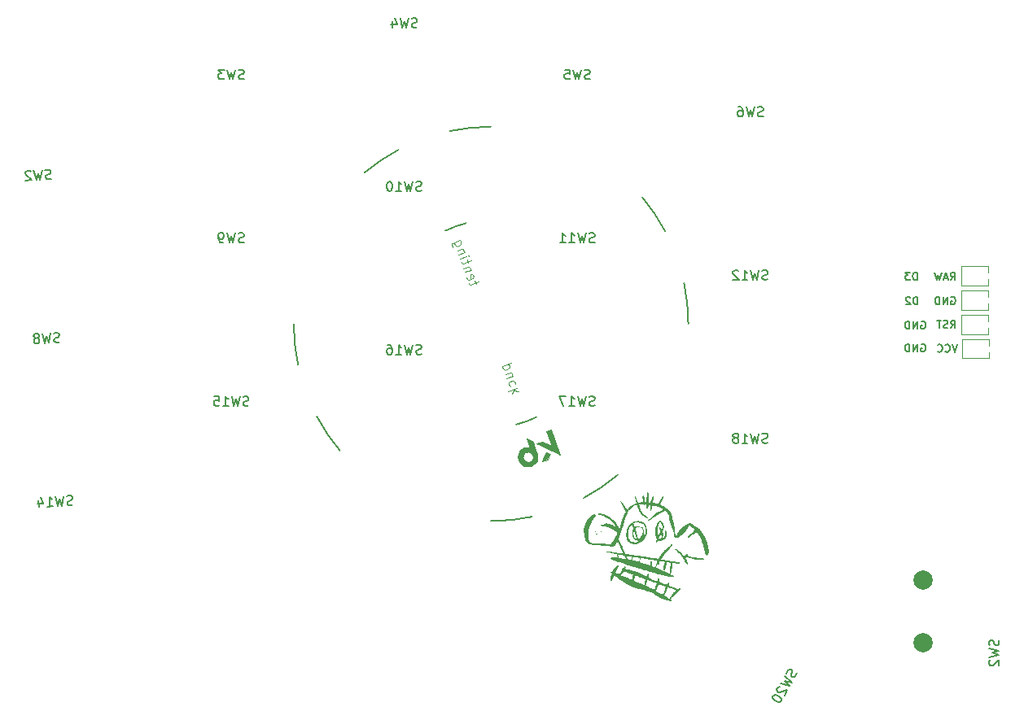
<source format=gbr>
%TF.GenerationSoftware,KiCad,Pcbnew,9.0.6*%
%TF.CreationDate,2025-12-28T20:57:02+00:00*%
%TF.ProjectId,demeter,64656d65-7465-4722-9e6b-696361645f70,rev?*%
%TF.SameCoordinates,Original*%
%TF.FileFunction,Legend,Bot*%
%TF.FilePolarity,Positive*%
%FSLAX46Y46*%
G04 Gerber Fmt 4.6, Leading zero omitted, Abs format (unit mm)*
G04 Created by KiCad (PCBNEW 9.0.6) date 2025-12-28 20:57:02*
%MOMM*%
%LPD*%
G01*
G04 APERTURE LIST*
%ADD10C,0.150000*%
%ADD11C,0.100000*%
%ADD12C,0.000000*%
%ADD13C,0.120000*%
%ADD14C,0.200000*%
%ADD15C,0.010000*%
%ADD16C,2.000000*%
G04 APERTURE END LIST*
D10*
X85240435Y-69890464D02*
X85100266Y-69945495D01*
X85100266Y-69945495D02*
X84862497Y-69957955D01*
X84862497Y-69957955D02*
X84764897Y-69915386D01*
X84764897Y-69915386D02*
X84714851Y-69870324D01*
X84714851Y-69870324D02*
X84662313Y-69777709D01*
X84662313Y-69777709D02*
X84657329Y-69682602D01*
X84657329Y-69682602D02*
X84699898Y-69585002D01*
X84699898Y-69585002D02*
X84744960Y-69534956D01*
X84744960Y-69534956D02*
X84837575Y-69482418D01*
X84837575Y-69482418D02*
X85025298Y-69424895D01*
X85025298Y-69424895D02*
X85117914Y-69372357D01*
X85117914Y-69372357D02*
X85162975Y-69322311D01*
X85162975Y-69322311D02*
X85205545Y-69224711D01*
X85205545Y-69224711D02*
X85200560Y-69129604D01*
X85200560Y-69129604D02*
X85148022Y-69036988D01*
X85148022Y-69036988D02*
X85097976Y-68991927D01*
X85097976Y-68991927D02*
X85000376Y-68949357D01*
X85000376Y-68949357D02*
X84762607Y-68961818D01*
X84762607Y-68961818D02*
X84622438Y-69016848D01*
X84287069Y-68986740D02*
X84101636Y-69997831D01*
X84101636Y-69997831D02*
X83874038Y-69294492D01*
X83874038Y-69294492D02*
X83721206Y-70017768D01*
X83721206Y-70017768D02*
X83431101Y-69031599D01*
X83103209Y-69144152D02*
X83053163Y-69099091D01*
X83053163Y-69099091D02*
X82955564Y-69056521D01*
X82955564Y-69056521D02*
X82717795Y-69068982D01*
X82717795Y-69068982D02*
X82625179Y-69121520D01*
X82625179Y-69121520D02*
X82580118Y-69171566D01*
X82580118Y-69171566D02*
X82537548Y-69269166D01*
X82537548Y-69269166D02*
X82542533Y-69364274D01*
X82542533Y-69364274D02*
X82597563Y-69504443D01*
X82597563Y-69504443D02*
X83198115Y-70045182D01*
X83198115Y-70045182D02*
X82579915Y-70077581D01*
X105303332Y-59487200D02*
X105160475Y-59534819D01*
X105160475Y-59534819D02*
X104922380Y-59534819D01*
X104922380Y-59534819D02*
X104827142Y-59487200D01*
X104827142Y-59487200D02*
X104779523Y-59439580D01*
X104779523Y-59439580D02*
X104731904Y-59344342D01*
X104731904Y-59344342D02*
X104731904Y-59249104D01*
X104731904Y-59249104D02*
X104779523Y-59153866D01*
X104779523Y-59153866D02*
X104827142Y-59106247D01*
X104827142Y-59106247D02*
X104922380Y-59058628D01*
X104922380Y-59058628D02*
X105112856Y-59011009D01*
X105112856Y-59011009D02*
X105208094Y-58963390D01*
X105208094Y-58963390D02*
X105255713Y-58915771D01*
X105255713Y-58915771D02*
X105303332Y-58820533D01*
X105303332Y-58820533D02*
X105303332Y-58725295D01*
X105303332Y-58725295D02*
X105255713Y-58630057D01*
X105255713Y-58630057D02*
X105208094Y-58582438D01*
X105208094Y-58582438D02*
X105112856Y-58534819D01*
X105112856Y-58534819D02*
X104874761Y-58534819D01*
X104874761Y-58534819D02*
X104731904Y-58582438D01*
X104398570Y-58534819D02*
X104160475Y-59534819D01*
X104160475Y-59534819D02*
X103969999Y-58820533D01*
X103969999Y-58820533D02*
X103779523Y-59534819D01*
X103779523Y-59534819D02*
X103541428Y-58534819D01*
X103255713Y-58534819D02*
X102636666Y-58534819D01*
X102636666Y-58534819D02*
X102969999Y-58915771D01*
X102969999Y-58915771D02*
X102827142Y-58915771D01*
X102827142Y-58915771D02*
X102731904Y-58963390D01*
X102731904Y-58963390D02*
X102684285Y-59011009D01*
X102684285Y-59011009D02*
X102636666Y-59106247D01*
X102636666Y-59106247D02*
X102636666Y-59344342D01*
X102636666Y-59344342D02*
X102684285Y-59439580D01*
X102684285Y-59439580D02*
X102731904Y-59487200D01*
X102731904Y-59487200D02*
X102827142Y-59534819D01*
X102827142Y-59534819D02*
X103112856Y-59534819D01*
X103112856Y-59534819D02*
X103208094Y-59487200D01*
X103208094Y-59487200D02*
X103255713Y-59439580D01*
X123303332Y-54127200D02*
X123160475Y-54174819D01*
X123160475Y-54174819D02*
X122922380Y-54174819D01*
X122922380Y-54174819D02*
X122827142Y-54127200D01*
X122827142Y-54127200D02*
X122779523Y-54079580D01*
X122779523Y-54079580D02*
X122731904Y-53984342D01*
X122731904Y-53984342D02*
X122731904Y-53889104D01*
X122731904Y-53889104D02*
X122779523Y-53793866D01*
X122779523Y-53793866D02*
X122827142Y-53746247D01*
X122827142Y-53746247D02*
X122922380Y-53698628D01*
X122922380Y-53698628D02*
X123112856Y-53651009D01*
X123112856Y-53651009D02*
X123208094Y-53603390D01*
X123208094Y-53603390D02*
X123255713Y-53555771D01*
X123255713Y-53555771D02*
X123303332Y-53460533D01*
X123303332Y-53460533D02*
X123303332Y-53365295D01*
X123303332Y-53365295D02*
X123255713Y-53270057D01*
X123255713Y-53270057D02*
X123208094Y-53222438D01*
X123208094Y-53222438D02*
X123112856Y-53174819D01*
X123112856Y-53174819D02*
X122874761Y-53174819D01*
X122874761Y-53174819D02*
X122731904Y-53222438D01*
X122398570Y-53174819D02*
X122160475Y-54174819D01*
X122160475Y-54174819D02*
X121969999Y-53460533D01*
X121969999Y-53460533D02*
X121779523Y-54174819D01*
X121779523Y-54174819D02*
X121541428Y-53174819D01*
X120731904Y-53508152D02*
X120731904Y-54174819D01*
X120969999Y-53127200D02*
X121208094Y-53841485D01*
X121208094Y-53841485D02*
X120589047Y-53841485D01*
X141303332Y-59487200D02*
X141160475Y-59534819D01*
X141160475Y-59534819D02*
X140922380Y-59534819D01*
X140922380Y-59534819D02*
X140827142Y-59487200D01*
X140827142Y-59487200D02*
X140779523Y-59439580D01*
X140779523Y-59439580D02*
X140731904Y-59344342D01*
X140731904Y-59344342D02*
X140731904Y-59249104D01*
X140731904Y-59249104D02*
X140779523Y-59153866D01*
X140779523Y-59153866D02*
X140827142Y-59106247D01*
X140827142Y-59106247D02*
X140922380Y-59058628D01*
X140922380Y-59058628D02*
X141112856Y-59011009D01*
X141112856Y-59011009D02*
X141208094Y-58963390D01*
X141208094Y-58963390D02*
X141255713Y-58915771D01*
X141255713Y-58915771D02*
X141303332Y-58820533D01*
X141303332Y-58820533D02*
X141303332Y-58725295D01*
X141303332Y-58725295D02*
X141255713Y-58630057D01*
X141255713Y-58630057D02*
X141208094Y-58582438D01*
X141208094Y-58582438D02*
X141112856Y-58534819D01*
X141112856Y-58534819D02*
X140874761Y-58534819D01*
X140874761Y-58534819D02*
X140731904Y-58582438D01*
X140398570Y-58534819D02*
X140160475Y-59534819D01*
X140160475Y-59534819D02*
X139969999Y-58820533D01*
X139969999Y-58820533D02*
X139779523Y-59534819D01*
X139779523Y-59534819D02*
X139541428Y-58534819D01*
X138684285Y-58534819D02*
X139160475Y-58534819D01*
X139160475Y-58534819D02*
X139208094Y-59011009D01*
X139208094Y-59011009D02*
X139160475Y-58963390D01*
X139160475Y-58963390D02*
X139065237Y-58915771D01*
X139065237Y-58915771D02*
X138827142Y-58915771D01*
X138827142Y-58915771D02*
X138731904Y-58963390D01*
X138731904Y-58963390D02*
X138684285Y-59011009D01*
X138684285Y-59011009D02*
X138636666Y-59106247D01*
X138636666Y-59106247D02*
X138636666Y-59344342D01*
X138636666Y-59344342D02*
X138684285Y-59439580D01*
X138684285Y-59439580D02*
X138731904Y-59487200D01*
X138731904Y-59487200D02*
X138827142Y-59534819D01*
X138827142Y-59534819D02*
X139065237Y-59534819D01*
X139065237Y-59534819D02*
X139160475Y-59487200D01*
X139160475Y-59487200D02*
X139208094Y-59439580D01*
X159303332Y-63367200D02*
X159160475Y-63414819D01*
X159160475Y-63414819D02*
X158922380Y-63414819D01*
X158922380Y-63414819D02*
X158827142Y-63367200D01*
X158827142Y-63367200D02*
X158779523Y-63319580D01*
X158779523Y-63319580D02*
X158731904Y-63224342D01*
X158731904Y-63224342D02*
X158731904Y-63129104D01*
X158731904Y-63129104D02*
X158779523Y-63033866D01*
X158779523Y-63033866D02*
X158827142Y-62986247D01*
X158827142Y-62986247D02*
X158922380Y-62938628D01*
X158922380Y-62938628D02*
X159112856Y-62891009D01*
X159112856Y-62891009D02*
X159208094Y-62843390D01*
X159208094Y-62843390D02*
X159255713Y-62795771D01*
X159255713Y-62795771D02*
X159303332Y-62700533D01*
X159303332Y-62700533D02*
X159303332Y-62605295D01*
X159303332Y-62605295D02*
X159255713Y-62510057D01*
X159255713Y-62510057D02*
X159208094Y-62462438D01*
X159208094Y-62462438D02*
X159112856Y-62414819D01*
X159112856Y-62414819D02*
X158874761Y-62414819D01*
X158874761Y-62414819D02*
X158731904Y-62462438D01*
X158398570Y-62414819D02*
X158160475Y-63414819D01*
X158160475Y-63414819D02*
X157969999Y-62700533D01*
X157969999Y-62700533D02*
X157779523Y-63414819D01*
X157779523Y-63414819D02*
X157541428Y-62414819D01*
X156731904Y-62414819D02*
X156922380Y-62414819D01*
X156922380Y-62414819D02*
X157017618Y-62462438D01*
X157017618Y-62462438D02*
X157065237Y-62510057D01*
X157065237Y-62510057D02*
X157160475Y-62652914D01*
X157160475Y-62652914D02*
X157208094Y-62843390D01*
X157208094Y-62843390D02*
X157208094Y-63224342D01*
X157208094Y-63224342D02*
X157160475Y-63319580D01*
X157160475Y-63319580D02*
X157112856Y-63367200D01*
X157112856Y-63367200D02*
X157017618Y-63414819D01*
X157017618Y-63414819D02*
X156827142Y-63414819D01*
X156827142Y-63414819D02*
X156731904Y-63367200D01*
X156731904Y-63367200D02*
X156684285Y-63319580D01*
X156684285Y-63319580D02*
X156636666Y-63224342D01*
X156636666Y-63224342D02*
X156636666Y-62986247D01*
X156636666Y-62986247D02*
X156684285Y-62891009D01*
X156684285Y-62891009D02*
X156731904Y-62843390D01*
X156731904Y-62843390D02*
X156827142Y-62795771D01*
X156827142Y-62795771D02*
X157017618Y-62795771D01*
X157017618Y-62795771D02*
X157112856Y-62843390D01*
X157112856Y-62843390D02*
X157160475Y-62891009D01*
X157160475Y-62891009D02*
X157208094Y-62986247D01*
X86130145Y-86867166D02*
X85989976Y-86922197D01*
X85989976Y-86922197D02*
X85752207Y-86934657D01*
X85752207Y-86934657D02*
X85654607Y-86892088D01*
X85654607Y-86892088D02*
X85604561Y-86847026D01*
X85604561Y-86847026D02*
X85552023Y-86754411D01*
X85552023Y-86754411D02*
X85547039Y-86659304D01*
X85547039Y-86659304D02*
X85589608Y-86561704D01*
X85589608Y-86561704D02*
X85634670Y-86511658D01*
X85634670Y-86511658D02*
X85727285Y-86459120D01*
X85727285Y-86459120D02*
X85915008Y-86401597D01*
X85915008Y-86401597D02*
X86007624Y-86349059D01*
X86007624Y-86349059D02*
X86052685Y-86299013D01*
X86052685Y-86299013D02*
X86095255Y-86201413D01*
X86095255Y-86201413D02*
X86090270Y-86106306D01*
X86090270Y-86106306D02*
X86037732Y-86013690D01*
X86037732Y-86013690D02*
X85987686Y-85968629D01*
X85987686Y-85968629D02*
X85890086Y-85926059D01*
X85890086Y-85926059D02*
X85652317Y-85938520D01*
X85652317Y-85938520D02*
X85512148Y-85993550D01*
X85176779Y-85963442D02*
X84991346Y-86974533D01*
X84991346Y-86974533D02*
X84763748Y-86271194D01*
X84763748Y-86271194D02*
X84610916Y-86994470D01*
X84610916Y-86994470D02*
X84320811Y-86008301D01*
X83820149Y-86463700D02*
X83912765Y-86411161D01*
X83912765Y-86411161D02*
X83957826Y-86361115D01*
X83957826Y-86361115D02*
X84000396Y-86263516D01*
X84000396Y-86263516D02*
X83997904Y-86215962D01*
X83997904Y-86215962D02*
X83945365Y-86123346D01*
X83945365Y-86123346D02*
X83895320Y-86078285D01*
X83895320Y-86078285D02*
X83797720Y-86035715D01*
X83797720Y-86035715D02*
X83607505Y-86045684D01*
X83607505Y-86045684D02*
X83514889Y-86098222D01*
X83514889Y-86098222D02*
X83469828Y-86148268D01*
X83469828Y-86148268D02*
X83427258Y-86245868D01*
X83427258Y-86245868D02*
X83429750Y-86293422D01*
X83429750Y-86293422D02*
X83482289Y-86386037D01*
X83482289Y-86386037D02*
X83532335Y-86431099D01*
X83532335Y-86431099D02*
X83629934Y-86473668D01*
X83629934Y-86473668D02*
X83820149Y-86463700D01*
X83820149Y-86463700D02*
X83917749Y-86506269D01*
X83917749Y-86506269D02*
X83967795Y-86551331D01*
X83967795Y-86551331D02*
X84020333Y-86643946D01*
X84020333Y-86643946D02*
X84030302Y-86834161D01*
X84030302Y-86834161D02*
X83987733Y-86931761D01*
X83987733Y-86931761D02*
X83942671Y-86981807D01*
X83942671Y-86981807D02*
X83850056Y-87034345D01*
X83850056Y-87034345D02*
X83659841Y-87044314D01*
X83659841Y-87044314D02*
X83562241Y-87001744D01*
X83562241Y-87001744D02*
X83512195Y-86956683D01*
X83512195Y-86956683D02*
X83459657Y-86864067D01*
X83459657Y-86864067D02*
X83449688Y-86673852D01*
X83449688Y-86673852D02*
X83492257Y-86576252D01*
X83492257Y-86576252D02*
X83537319Y-86526206D01*
X83537319Y-86526206D02*
X83629934Y-86473668D01*
X105303332Y-76487200D02*
X105160475Y-76534819D01*
X105160475Y-76534819D02*
X104922380Y-76534819D01*
X104922380Y-76534819D02*
X104827142Y-76487200D01*
X104827142Y-76487200D02*
X104779523Y-76439580D01*
X104779523Y-76439580D02*
X104731904Y-76344342D01*
X104731904Y-76344342D02*
X104731904Y-76249104D01*
X104731904Y-76249104D02*
X104779523Y-76153866D01*
X104779523Y-76153866D02*
X104827142Y-76106247D01*
X104827142Y-76106247D02*
X104922380Y-76058628D01*
X104922380Y-76058628D02*
X105112856Y-76011009D01*
X105112856Y-76011009D02*
X105208094Y-75963390D01*
X105208094Y-75963390D02*
X105255713Y-75915771D01*
X105255713Y-75915771D02*
X105303332Y-75820533D01*
X105303332Y-75820533D02*
X105303332Y-75725295D01*
X105303332Y-75725295D02*
X105255713Y-75630057D01*
X105255713Y-75630057D02*
X105208094Y-75582438D01*
X105208094Y-75582438D02*
X105112856Y-75534819D01*
X105112856Y-75534819D02*
X104874761Y-75534819D01*
X104874761Y-75534819D02*
X104731904Y-75582438D01*
X104398570Y-75534819D02*
X104160475Y-76534819D01*
X104160475Y-76534819D02*
X103969999Y-75820533D01*
X103969999Y-75820533D02*
X103779523Y-76534819D01*
X103779523Y-76534819D02*
X103541428Y-75534819D01*
X103112856Y-76534819D02*
X102922380Y-76534819D01*
X102922380Y-76534819D02*
X102827142Y-76487200D01*
X102827142Y-76487200D02*
X102779523Y-76439580D01*
X102779523Y-76439580D02*
X102684285Y-76296723D01*
X102684285Y-76296723D02*
X102636666Y-76106247D01*
X102636666Y-76106247D02*
X102636666Y-75725295D01*
X102636666Y-75725295D02*
X102684285Y-75630057D01*
X102684285Y-75630057D02*
X102731904Y-75582438D01*
X102731904Y-75582438D02*
X102827142Y-75534819D01*
X102827142Y-75534819D02*
X103017618Y-75534819D01*
X103017618Y-75534819D02*
X103112856Y-75582438D01*
X103112856Y-75582438D02*
X103160475Y-75630057D01*
X103160475Y-75630057D02*
X103208094Y-75725295D01*
X103208094Y-75725295D02*
X103208094Y-75963390D01*
X103208094Y-75963390D02*
X103160475Y-76058628D01*
X103160475Y-76058628D02*
X103112856Y-76106247D01*
X103112856Y-76106247D02*
X103017618Y-76153866D01*
X103017618Y-76153866D02*
X102827142Y-76153866D01*
X102827142Y-76153866D02*
X102731904Y-76106247D01*
X102731904Y-76106247D02*
X102684285Y-76058628D01*
X102684285Y-76058628D02*
X102636666Y-75963390D01*
X123779523Y-71127200D02*
X123636666Y-71174819D01*
X123636666Y-71174819D02*
X123398571Y-71174819D01*
X123398571Y-71174819D02*
X123303333Y-71127200D01*
X123303333Y-71127200D02*
X123255714Y-71079580D01*
X123255714Y-71079580D02*
X123208095Y-70984342D01*
X123208095Y-70984342D02*
X123208095Y-70889104D01*
X123208095Y-70889104D02*
X123255714Y-70793866D01*
X123255714Y-70793866D02*
X123303333Y-70746247D01*
X123303333Y-70746247D02*
X123398571Y-70698628D01*
X123398571Y-70698628D02*
X123589047Y-70651009D01*
X123589047Y-70651009D02*
X123684285Y-70603390D01*
X123684285Y-70603390D02*
X123731904Y-70555771D01*
X123731904Y-70555771D02*
X123779523Y-70460533D01*
X123779523Y-70460533D02*
X123779523Y-70365295D01*
X123779523Y-70365295D02*
X123731904Y-70270057D01*
X123731904Y-70270057D02*
X123684285Y-70222438D01*
X123684285Y-70222438D02*
X123589047Y-70174819D01*
X123589047Y-70174819D02*
X123350952Y-70174819D01*
X123350952Y-70174819D02*
X123208095Y-70222438D01*
X122874761Y-70174819D02*
X122636666Y-71174819D01*
X122636666Y-71174819D02*
X122446190Y-70460533D01*
X122446190Y-70460533D02*
X122255714Y-71174819D01*
X122255714Y-71174819D02*
X122017619Y-70174819D01*
X121112857Y-71174819D02*
X121684285Y-71174819D01*
X121398571Y-71174819D02*
X121398571Y-70174819D01*
X121398571Y-70174819D02*
X121493809Y-70317676D01*
X121493809Y-70317676D02*
X121589047Y-70412914D01*
X121589047Y-70412914D02*
X121684285Y-70460533D01*
X120493809Y-70174819D02*
X120398571Y-70174819D01*
X120398571Y-70174819D02*
X120303333Y-70222438D01*
X120303333Y-70222438D02*
X120255714Y-70270057D01*
X120255714Y-70270057D02*
X120208095Y-70365295D01*
X120208095Y-70365295D02*
X120160476Y-70555771D01*
X120160476Y-70555771D02*
X120160476Y-70793866D01*
X120160476Y-70793866D02*
X120208095Y-70984342D01*
X120208095Y-70984342D02*
X120255714Y-71079580D01*
X120255714Y-71079580D02*
X120303333Y-71127200D01*
X120303333Y-71127200D02*
X120398571Y-71174819D01*
X120398571Y-71174819D02*
X120493809Y-71174819D01*
X120493809Y-71174819D02*
X120589047Y-71127200D01*
X120589047Y-71127200D02*
X120636666Y-71079580D01*
X120636666Y-71079580D02*
X120684285Y-70984342D01*
X120684285Y-70984342D02*
X120731904Y-70793866D01*
X120731904Y-70793866D02*
X120731904Y-70555771D01*
X120731904Y-70555771D02*
X120684285Y-70365295D01*
X120684285Y-70365295D02*
X120636666Y-70270057D01*
X120636666Y-70270057D02*
X120589047Y-70222438D01*
X120589047Y-70222438D02*
X120493809Y-70174819D01*
X141779523Y-76487200D02*
X141636666Y-76534819D01*
X141636666Y-76534819D02*
X141398571Y-76534819D01*
X141398571Y-76534819D02*
X141303333Y-76487200D01*
X141303333Y-76487200D02*
X141255714Y-76439580D01*
X141255714Y-76439580D02*
X141208095Y-76344342D01*
X141208095Y-76344342D02*
X141208095Y-76249104D01*
X141208095Y-76249104D02*
X141255714Y-76153866D01*
X141255714Y-76153866D02*
X141303333Y-76106247D01*
X141303333Y-76106247D02*
X141398571Y-76058628D01*
X141398571Y-76058628D02*
X141589047Y-76011009D01*
X141589047Y-76011009D02*
X141684285Y-75963390D01*
X141684285Y-75963390D02*
X141731904Y-75915771D01*
X141731904Y-75915771D02*
X141779523Y-75820533D01*
X141779523Y-75820533D02*
X141779523Y-75725295D01*
X141779523Y-75725295D02*
X141731904Y-75630057D01*
X141731904Y-75630057D02*
X141684285Y-75582438D01*
X141684285Y-75582438D02*
X141589047Y-75534819D01*
X141589047Y-75534819D02*
X141350952Y-75534819D01*
X141350952Y-75534819D02*
X141208095Y-75582438D01*
X140874761Y-75534819D02*
X140636666Y-76534819D01*
X140636666Y-76534819D02*
X140446190Y-75820533D01*
X140446190Y-75820533D02*
X140255714Y-76534819D01*
X140255714Y-76534819D02*
X140017619Y-75534819D01*
X139112857Y-76534819D02*
X139684285Y-76534819D01*
X139398571Y-76534819D02*
X139398571Y-75534819D01*
X139398571Y-75534819D02*
X139493809Y-75677676D01*
X139493809Y-75677676D02*
X139589047Y-75772914D01*
X139589047Y-75772914D02*
X139684285Y-75820533D01*
X138160476Y-76534819D02*
X138731904Y-76534819D01*
X138446190Y-76534819D02*
X138446190Y-75534819D01*
X138446190Y-75534819D02*
X138541428Y-75677676D01*
X138541428Y-75677676D02*
X138636666Y-75772914D01*
X138636666Y-75772914D02*
X138731904Y-75820533D01*
X159779523Y-80367200D02*
X159636666Y-80414819D01*
X159636666Y-80414819D02*
X159398571Y-80414819D01*
X159398571Y-80414819D02*
X159303333Y-80367200D01*
X159303333Y-80367200D02*
X159255714Y-80319580D01*
X159255714Y-80319580D02*
X159208095Y-80224342D01*
X159208095Y-80224342D02*
X159208095Y-80129104D01*
X159208095Y-80129104D02*
X159255714Y-80033866D01*
X159255714Y-80033866D02*
X159303333Y-79986247D01*
X159303333Y-79986247D02*
X159398571Y-79938628D01*
X159398571Y-79938628D02*
X159589047Y-79891009D01*
X159589047Y-79891009D02*
X159684285Y-79843390D01*
X159684285Y-79843390D02*
X159731904Y-79795771D01*
X159731904Y-79795771D02*
X159779523Y-79700533D01*
X159779523Y-79700533D02*
X159779523Y-79605295D01*
X159779523Y-79605295D02*
X159731904Y-79510057D01*
X159731904Y-79510057D02*
X159684285Y-79462438D01*
X159684285Y-79462438D02*
X159589047Y-79414819D01*
X159589047Y-79414819D02*
X159350952Y-79414819D01*
X159350952Y-79414819D02*
X159208095Y-79462438D01*
X158874761Y-79414819D02*
X158636666Y-80414819D01*
X158636666Y-80414819D02*
X158446190Y-79700533D01*
X158446190Y-79700533D02*
X158255714Y-80414819D01*
X158255714Y-80414819D02*
X158017619Y-79414819D01*
X157112857Y-80414819D02*
X157684285Y-80414819D01*
X157398571Y-80414819D02*
X157398571Y-79414819D01*
X157398571Y-79414819D02*
X157493809Y-79557676D01*
X157493809Y-79557676D02*
X157589047Y-79652914D01*
X157589047Y-79652914D02*
X157684285Y-79700533D01*
X156731904Y-79510057D02*
X156684285Y-79462438D01*
X156684285Y-79462438D02*
X156589047Y-79414819D01*
X156589047Y-79414819D02*
X156350952Y-79414819D01*
X156350952Y-79414819D02*
X156255714Y-79462438D01*
X156255714Y-79462438D02*
X156208095Y-79510057D01*
X156208095Y-79510057D02*
X156160476Y-79605295D01*
X156160476Y-79605295D02*
X156160476Y-79700533D01*
X156160476Y-79700533D02*
X156208095Y-79843390D01*
X156208095Y-79843390D02*
X156779523Y-80414819D01*
X156779523Y-80414819D02*
X156160476Y-80414819D01*
X87495396Y-103818946D02*
X87355226Y-103873977D01*
X87355226Y-103873977D02*
X87117458Y-103886438D01*
X87117458Y-103886438D02*
X87019858Y-103843868D01*
X87019858Y-103843868D02*
X86969812Y-103798807D01*
X86969812Y-103798807D02*
X86917274Y-103706191D01*
X86917274Y-103706191D02*
X86912289Y-103611084D01*
X86912289Y-103611084D02*
X86954859Y-103513484D01*
X86954859Y-103513484D02*
X86999920Y-103463438D01*
X86999920Y-103463438D02*
X87092536Y-103410900D01*
X87092536Y-103410900D02*
X87280259Y-103353377D01*
X87280259Y-103353377D02*
X87372874Y-103300839D01*
X87372874Y-103300839D02*
X87417936Y-103250793D01*
X87417936Y-103250793D02*
X87460505Y-103153193D01*
X87460505Y-103153193D02*
X87455521Y-103058086D01*
X87455521Y-103058086D02*
X87402982Y-102965470D01*
X87402982Y-102965470D02*
X87352936Y-102920409D01*
X87352936Y-102920409D02*
X87255337Y-102877839D01*
X87255337Y-102877839D02*
X87017568Y-102890300D01*
X87017568Y-102890300D02*
X86877399Y-102945331D01*
X86542030Y-102915222D02*
X86356597Y-103926313D01*
X86356597Y-103926313D02*
X86128999Y-103222975D01*
X86128999Y-103222975D02*
X85976167Y-103946250D01*
X85976167Y-103946250D02*
X85686062Y-102960082D01*
X84834876Y-104006063D02*
X85405521Y-103976156D01*
X85120199Y-103991109D02*
X85067863Y-102992480D01*
X85067863Y-102992480D02*
X85170447Y-103130157D01*
X85170447Y-103130157D02*
X85270539Y-103220280D01*
X85270539Y-103220280D02*
X85368138Y-103262850D01*
X83944017Y-103385169D02*
X83978908Y-104050922D01*
X84161848Y-102992278D02*
X84437000Y-103693124D01*
X84437000Y-103693124D02*
X83818801Y-103725522D01*
X105779523Y-93487200D02*
X105636666Y-93534819D01*
X105636666Y-93534819D02*
X105398571Y-93534819D01*
X105398571Y-93534819D02*
X105303333Y-93487200D01*
X105303333Y-93487200D02*
X105255714Y-93439580D01*
X105255714Y-93439580D02*
X105208095Y-93344342D01*
X105208095Y-93344342D02*
X105208095Y-93249104D01*
X105208095Y-93249104D02*
X105255714Y-93153866D01*
X105255714Y-93153866D02*
X105303333Y-93106247D01*
X105303333Y-93106247D02*
X105398571Y-93058628D01*
X105398571Y-93058628D02*
X105589047Y-93011009D01*
X105589047Y-93011009D02*
X105684285Y-92963390D01*
X105684285Y-92963390D02*
X105731904Y-92915771D01*
X105731904Y-92915771D02*
X105779523Y-92820533D01*
X105779523Y-92820533D02*
X105779523Y-92725295D01*
X105779523Y-92725295D02*
X105731904Y-92630057D01*
X105731904Y-92630057D02*
X105684285Y-92582438D01*
X105684285Y-92582438D02*
X105589047Y-92534819D01*
X105589047Y-92534819D02*
X105350952Y-92534819D01*
X105350952Y-92534819D02*
X105208095Y-92582438D01*
X104874761Y-92534819D02*
X104636666Y-93534819D01*
X104636666Y-93534819D02*
X104446190Y-92820533D01*
X104446190Y-92820533D02*
X104255714Y-93534819D01*
X104255714Y-93534819D02*
X104017619Y-92534819D01*
X103112857Y-93534819D02*
X103684285Y-93534819D01*
X103398571Y-93534819D02*
X103398571Y-92534819D01*
X103398571Y-92534819D02*
X103493809Y-92677676D01*
X103493809Y-92677676D02*
X103589047Y-92772914D01*
X103589047Y-92772914D02*
X103684285Y-92820533D01*
X102208095Y-92534819D02*
X102684285Y-92534819D01*
X102684285Y-92534819D02*
X102731904Y-93011009D01*
X102731904Y-93011009D02*
X102684285Y-92963390D01*
X102684285Y-92963390D02*
X102589047Y-92915771D01*
X102589047Y-92915771D02*
X102350952Y-92915771D01*
X102350952Y-92915771D02*
X102255714Y-92963390D01*
X102255714Y-92963390D02*
X102208095Y-93011009D01*
X102208095Y-93011009D02*
X102160476Y-93106247D01*
X102160476Y-93106247D02*
X102160476Y-93344342D01*
X102160476Y-93344342D02*
X102208095Y-93439580D01*
X102208095Y-93439580D02*
X102255714Y-93487200D01*
X102255714Y-93487200D02*
X102350952Y-93534819D01*
X102350952Y-93534819D02*
X102589047Y-93534819D01*
X102589047Y-93534819D02*
X102684285Y-93487200D01*
X102684285Y-93487200D02*
X102731904Y-93439580D01*
X123779523Y-88127200D02*
X123636666Y-88174819D01*
X123636666Y-88174819D02*
X123398571Y-88174819D01*
X123398571Y-88174819D02*
X123303333Y-88127200D01*
X123303333Y-88127200D02*
X123255714Y-88079580D01*
X123255714Y-88079580D02*
X123208095Y-87984342D01*
X123208095Y-87984342D02*
X123208095Y-87889104D01*
X123208095Y-87889104D02*
X123255714Y-87793866D01*
X123255714Y-87793866D02*
X123303333Y-87746247D01*
X123303333Y-87746247D02*
X123398571Y-87698628D01*
X123398571Y-87698628D02*
X123589047Y-87651009D01*
X123589047Y-87651009D02*
X123684285Y-87603390D01*
X123684285Y-87603390D02*
X123731904Y-87555771D01*
X123731904Y-87555771D02*
X123779523Y-87460533D01*
X123779523Y-87460533D02*
X123779523Y-87365295D01*
X123779523Y-87365295D02*
X123731904Y-87270057D01*
X123731904Y-87270057D02*
X123684285Y-87222438D01*
X123684285Y-87222438D02*
X123589047Y-87174819D01*
X123589047Y-87174819D02*
X123350952Y-87174819D01*
X123350952Y-87174819D02*
X123208095Y-87222438D01*
X122874761Y-87174819D02*
X122636666Y-88174819D01*
X122636666Y-88174819D02*
X122446190Y-87460533D01*
X122446190Y-87460533D02*
X122255714Y-88174819D01*
X122255714Y-88174819D02*
X122017619Y-87174819D01*
X121112857Y-88174819D02*
X121684285Y-88174819D01*
X121398571Y-88174819D02*
X121398571Y-87174819D01*
X121398571Y-87174819D02*
X121493809Y-87317676D01*
X121493809Y-87317676D02*
X121589047Y-87412914D01*
X121589047Y-87412914D02*
X121684285Y-87460533D01*
X120255714Y-87174819D02*
X120446190Y-87174819D01*
X120446190Y-87174819D02*
X120541428Y-87222438D01*
X120541428Y-87222438D02*
X120589047Y-87270057D01*
X120589047Y-87270057D02*
X120684285Y-87412914D01*
X120684285Y-87412914D02*
X120731904Y-87603390D01*
X120731904Y-87603390D02*
X120731904Y-87984342D01*
X120731904Y-87984342D02*
X120684285Y-88079580D01*
X120684285Y-88079580D02*
X120636666Y-88127200D01*
X120636666Y-88127200D02*
X120541428Y-88174819D01*
X120541428Y-88174819D02*
X120350952Y-88174819D01*
X120350952Y-88174819D02*
X120255714Y-88127200D01*
X120255714Y-88127200D02*
X120208095Y-88079580D01*
X120208095Y-88079580D02*
X120160476Y-87984342D01*
X120160476Y-87984342D02*
X120160476Y-87746247D01*
X120160476Y-87746247D02*
X120208095Y-87651009D01*
X120208095Y-87651009D02*
X120255714Y-87603390D01*
X120255714Y-87603390D02*
X120350952Y-87555771D01*
X120350952Y-87555771D02*
X120541428Y-87555771D01*
X120541428Y-87555771D02*
X120636666Y-87603390D01*
X120636666Y-87603390D02*
X120684285Y-87651009D01*
X120684285Y-87651009D02*
X120731904Y-87746247D01*
X141779523Y-93487200D02*
X141636666Y-93534819D01*
X141636666Y-93534819D02*
X141398571Y-93534819D01*
X141398571Y-93534819D02*
X141303333Y-93487200D01*
X141303333Y-93487200D02*
X141255714Y-93439580D01*
X141255714Y-93439580D02*
X141208095Y-93344342D01*
X141208095Y-93344342D02*
X141208095Y-93249104D01*
X141208095Y-93249104D02*
X141255714Y-93153866D01*
X141255714Y-93153866D02*
X141303333Y-93106247D01*
X141303333Y-93106247D02*
X141398571Y-93058628D01*
X141398571Y-93058628D02*
X141589047Y-93011009D01*
X141589047Y-93011009D02*
X141684285Y-92963390D01*
X141684285Y-92963390D02*
X141731904Y-92915771D01*
X141731904Y-92915771D02*
X141779523Y-92820533D01*
X141779523Y-92820533D02*
X141779523Y-92725295D01*
X141779523Y-92725295D02*
X141731904Y-92630057D01*
X141731904Y-92630057D02*
X141684285Y-92582438D01*
X141684285Y-92582438D02*
X141589047Y-92534819D01*
X141589047Y-92534819D02*
X141350952Y-92534819D01*
X141350952Y-92534819D02*
X141208095Y-92582438D01*
X140874761Y-92534819D02*
X140636666Y-93534819D01*
X140636666Y-93534819D02*
X140446190Y-92820533D01*
X140446190Y-92820533D02*
X140255714Y-93534819D01*
X140255714Y-93534819D02*
X140017619Y-92534819D01*
X139112857Y-93534819D02*
X139684285Y-93534819D01*
X139398571Y-93534819D02*
X139398571Y-92534819D01*
X139398571Y-92534819D02*
X139493809Y-92677676D01*
X139493809Y-92677676D02*
X139589047Y-92772914D01*
X139589047Y-92772914D02*
X139684285Y-92820533D01*
X138779523Y-92534819D02*
X138112857Y-92534819D01*
X138112857Y-92534819D02*
X138541428Y-93534819D01*
X159779523Y-97367200D02*
X159636666Y-97414819D01*
X159636666Y-97414819D02*
X159398571Y-97414819D01*
X159398571Y-97414819D02*
X159303333Y-97367200D01*
X159303333Y-97367200D02*
X159255714Y-97319580D01*
X159255714Y-97319580D02*
X159208095Y-97224342D01*
X159208095Y-97224342D02*
X159208095Y-97129104D01*
X159208095Y-97129104D02*
X159255714Y-97033866D01*
X159255714Y-97033866D02*
X159303333Y-96986247D01*
X159303333Y-96986247D02*
X159398571Y-96938628D01*
X159398571Y-96938628D02*
X159589047Y-96891009D01*
X159589047Y-96891009D02*
X159684285Y-96843390D01*
X159684285Y-96843390D02*
X159731904Y-96795771D01*
X159731904Y-96795771D02*
X159779523Y-96700533D01*
X159779523Y-96700533D02*
X159779523Y-96605295D01*
X159779523Y-96605295D02*
X159731904Y-96510057D01*
X159731904Y-96510057D02*
X159684285Y-96462438D01*
X159684285Y-96462438D02*
X159589047Y-96414819D01*
X159589047Y-96414819D02*
X159350952Y-96414819D01*
X159350952Y-96414819D02*
X159208095Y-96462438D01*
X158874761Y-96414819D02*
X158636666Y-97414819D01*
X158636666Y-97414819D02*
X158446190Y-96700533D01*
X158446190Y-96700533D02*
X158255714Y-97414819D01*
X158255714Y-97414819D02*
X158017619Y-96414819D01*
X157112857Y-97414819D02*
X157684285Y-97414819D01*
X157398571Y-97414819D02*
X157398571Y-96414819D01*
X157398571Y-96414819D02*
X157493809Y-96557676D01*
X157493809Y-96557676D02*
X157589047Y-96652914D01*
X157589047Y-96652914D02*
X157684285Y-96700533D01*
X156541428Y-96843390D02*
X156636666Y-96795771D01*
X156636666Y-96795771D02*
X156684285Y-96748152D01*
X156684285Y-96748152D02*
X156731904Y-96652914D01*
X156731904Y-96652914D02*
X156731904Y-96605295D01*
X156731904Y-96605295D02*
X156684285Y-96510057D01*
X156684285Y-96510057D02*
X156636666Y-96462438D01*
X156636666Y-96462438D02*
X156541428Y-96414819D01*
X156541428Y-96414819D02*
X156350952Y-96414819D01*
X156350952Y-96414819D02*
X156255714Y-96462438D01*
X156255714Y-96462438D02*
X156208095Y-96510057D01*
X156208095Y-96510057D02*
X156160476Y-96605295D01*
X156160476Y-96605295D02*
X156160476Y-96652914D01*
X156160476Y-96652914D02*
X156208095Y-96748152D01*
X156208095Y-96748152D02*
X156255714Y-96795771D01*
X156255714Y-96795771D02*
X156350952Y-96843390D01*
X156350952Y-96843390D02*
X156541428Y-96843390D01*
X156541428Y-96843390D02*
X156636666Y-96891009D01*
X156636666Y-96891009D02*
X156684285Y-96938628D01*
X156684285Y-96938628D02*
X156731904Y-97033866D01*
X156731904Y-97033866D02*
X156731904Y-97224342D01*
X156731904Y-97224342D02*
X156684285Y-97319580D01*
X156684285Y-97319580D02*
X156636666Y-97367200D01*
X156636666Y-97367200D02*
X156541428Y-97414819D01*
X156541428Y-97414819D02*
X156350952Y-97414819D01*
X156350952Y-97414819D02*
X156255714Y-97367200D01*
X156255714Y-97367200D02*
X156208095Y-97319580D01*
X156208095Y-97319580D02*
X156160476Y-97224342D01*
X156160476Y-97224342D02*
X156160476Y-97033866D01*
X156160476Y-97033866D02*
X156208095Y-96938628D01*
X156208095Y-96938628D02*
X156255714Y-96891009D01*
X156255714Y-96891009D02*
X156350952Y-96843390D01*
X162799520Y-121336360D02*
X162769331Y-121483887D01*
X162769331Y-121483887D02*
X162650283Y-121690084D01*
X162650283Y-121690084D02*
X162561425Y-121748753D01*
X162561425Y-121748753D02*
X162496376Y-121766183D01*
X162496376Y-121766183D02*
X162390088Y-121759803D01*
X162390088Y-121759803D02*
X162307609Y-121712184D01*
X162307609Y-121712184D02*
X162248940Y-121623326D01*
X162248940Y-121623326D02*
X162231510Y-121558277D01*
X162231510Y-121558277D02*
X162237890Y-121451989D01*
X162237890Y-121451989D02*
X162291889Y-121263222D01*
X162291889Y-121263222D02*
X162298269Y-121156934D01*
X162298269Y-121156934D02*
X162280839Y-121091885D01*
X162280839Y-121091885D02*
X162222170Y-121003027D01*
X162222170Y-121003027D02*
X162139691Y-120955408D01*
X162139691Y-120955408D02*
X162033403Y-120949028D01*
X162033403Y-120949028D02*
X161968354Y-120966458D01*
X161968354Y-120966458D02*
X161879496Y-121025127D01*
X161879496Y-121025127D02*
X161760448Y-121231323D01*
X161760448Y-121231323D02*
X161730259Y-121378851D01*
X161522353Y-121643716D02*
X162269331Y-122349913D01*
X162269331Y-122349913D02*
X161555503Y-122157727D01*
X161555503Y-122157727D02*
X162078854Y-122679827D01*
X162078854Y-122679827D02*
X161093781Y-122386024D01*
X161009593Y-122722318D02*
X160944545Y-122739748D01*
X160944545Y-122739748D02*
X160855686Y-122798417D01*
X160855686Y-122798417D02*
X160736639Y-123004613D01*
X160736639Y-123004613D02*
X160730259Y-123110901D01*
X160730259Y-123110901D02*
X160747689Y-123175950D01*
X160747689Y-123175950D02*
X160806358Y-123264809D01*
X160806358Y-123264809D02*
X160888836Y-123312428D01*
X160888836Y-123312428D02*
X161036364Y-123342617D01*
X161036364Y-123342617D02*
X161816950Y-123133459D01*
X161816950Y-123133459D02*
X161507426Y-123669570D01*
X160331877Y-123705681D02*
X160284258Y-123788160D01*
X160284258Y-123788160D02*
X160277878Y-123894448D01*
X160277878Y-123894448D02*
X160295308Y-123959497D01*
X160295308Y-123959497D02*
X160353977Y-124048355D01*
X160353977Y-124048355D02*
X160495125Y-124184833D01*
X160495125Y-124184833D02*
X160701321Y-124303880D01*
X160701321Y-124303880D02*
X160890088Y-124357879D01*
X160890088Y-124357879D02*
X160996376Y-124364259D01*
X160996376Y-124364259D02*
X161061425Y-124346829D01*
X161061425Y-124346829D02*
X161150283Y-124288160D01*
X161150283Y-124288160D02*
X161197902Y-124205681D01*
X161197902Y-124205681D02*
X161204282Y-124099393D01*
X161204282Y-124099393D02*
X161186852Y-124034344D01*
X161186852Y-124034344D02*
X161128183Y-123945486D01*
X161128183Y-123945486D02*
X160987035Y-123809009D01*
X160987035Y-123809009D02*
X160780839Y-123689961D01*
X160780839Y-123689961D02*
X160592072Y-123635962D01*
X160592072Y-123635962D02*
X160485784Y-123629583D01*
X160485784Y-123629583D02*
X160420735Y-123647012D01*
X160420735Y-123647012D02*
X160331877Y-123705681D01*
X178798298Y-80460295D02*
X179064965Y-80079342D01*
X179255441Y-80460295D02*
X179255441Y-79660295D01*
X179255441Y-79660295D02*
X178950679Y-79660295D01*
X178950679Y-79660295D02*
X178874489Y-79698390D01*
X178874489Y-79698390D02*
X178836394Y-79736485D01*
X178836394Y-79736485D02*
X178798298Y-79812676D01*
X178798298Y-79812676D02*
X178798298Y-79926961D01*
X178798298Y-79926961D02*
X178836394Y-80003152D01*
X178836394Y-80003152D02*
X178874489Y-80041247D01*
X178874489Y-80041247D02*
X178950679Y-80079342D01*
X178950679Y-80079342D02*
X179255441Y-80079342D01*
X178493537Y-80231723D02*
X178112584Y-80231723D01*
X178569727Y-80460295D02*
X178303060Y-79660295D01*
X178303060Y-79660295D02*
X178036394Y-80460295D01*
X177845918Y-79660295D02*
X177655442Y-80460295D01*
X177655442Y-80460295D02*
X177503061Y-79888866D01*
X177503061Y-79888866D02*
X177350680Y-80460295D01*
X177350680Y-80460295D02*
X177160204Y-79660295D01*
X175745441Y-84758390D02*
X175821631Y-84720295D01*
X175821631Y-84720295D02*
X175935917Y-84720295D01*
X175935917Y-84720295D02*
X176050203Y-84758390D01*
X176050203Y-84758390D02*
X176126393Y-84834580D01*
X176126393Y-84834580D02*
X176164488Y-84910771D01*
X176164488Y-84910771D02*
X176202584Y-85063152D01*
X176202584Y-85063152D02*
X176202584Y-85177438D01*
X176202584Y-85177438D02*
X176164488Y-85329819D01*
X176164488Y-85329819D02*
X176126393Y-85406009D01*
X176126393Y-85406009D02*
X176050203Y-85482200D01*
X176050203Y-85482200D02*
X175935917Y-85520295D01*
X175935917Y-85520295D02*
X175859726Y-85520295D01*
X175859726Y-85520295D02*
X175745441Y-85482200D01*
X175745441Y-85482200D02*
X175707345Y-85444104D01*
X175707345Y-85444104D02*
X175707345Y-85177438D01*
X175707345Y-85177438D02*
X175859726Y-85177438D01*
X175364488Y-85520295D02*
X175364488Y-84720295D01*
X175364488Y-84720295D02*
X174907345Y-85520295D01*
X174907345Y-85520295D02*
X174907345Y-84720295D01*
X174526393Y-85520295D02*
X174526393Y-84720295D01*
X174526393Y-84720295D02*
X174335917Y-84720295D01*
X174335917Y-84720295D02*
X174221631Y-84758390D01*
X174221631Y-84758390D02*
X174145441Y-84834580D01*
X174145441Y-84834580D02*
X174107346Y-84910771D01*
X174107346Y-84910771D02*
X174069250Y-85063152D01*
X174069250Y-85063152D02*
X174069250Y-85177438D01*
X174069250Y-85177438D02*
X174107346Y-85329819D01*
X174107346Y-85329819D02*
X174145441Y-85406009D01*
X174145441Y-85406009D02*
X174221631Y-85482200D01*
X174221631Y-85482200D02*
X174335917Y-85520295D01*
X174335917Y-85520295D02*
X174526393Y-85520295D01*
X178821761Y-85442236D02*
X179088428Y-85061283D01*
X179278904Y-85442236D02*
X179278904Y-84642236D01*
X179278904Y-84642236D02*
X178974142Y-84642236D01*
X178974142Y-84642236D02*
X178897952Y-84680331D01*
X178897952Y-84680331D02*
X178859857Y-84718426D01*
X178859857Y-84718426D02*
X178821761Y-84794617D01*
X178821761Y-84794617D02*
X178821761Y-84908902D01*
X178821761Y-84908902D02*
X178859857Y-84985093D01*
X178859857Y-84985093D02*
X178897952Y-85023188D01*
X178897952Y-85023188D02*
X178974142Y-85061283D01*
X178974142Y-85061283D02*
X179278904Y-85061283D01*
X178517000Y-85404141D02*
X178402714Y-85442236D01*
X178402714Y-85442236D02*
X178212238Y-85442236D01*
X178212238Y-85442236D02*
X178136047Y-85404141D01*
X178136047Y-85404141D02*
X178097952Y-85366045D01*
X178097952Y-85366045D02*
X178059857Y-85289855D01*
X178059857Y-85289855D02*
X178059857Y-85213664D01*
X178059857Y-85213664D02*
X178097952Y-85137474D01*
X178097952Y-85137474D02*
X178136047Y-85099379D01*
X178136047Y-85099379D02*
X178212238Y-85061283D01*
X178212238Y-85061283D02*
X178364619Y-85023188D01*
X178364619Y-85023188D02*
X178440809Y-84985093D01*
X178440809Y-84985093D02*
X178478904Y-84946998D01*
X178478904Y-84946998D02*
X178517000Y-84870807D01*
X178517000Y-84870807D02*
X178517000Y-84794617D01*
X178517000Y-84794617D02*
X178478904Y-84718426D01*
X178478904Y-84718426D02*
X178440809Y-84680331D01*
X178440809Y-84680331D02*
X178364619Y-84642236D01*
X178364619Y-84642236D02*
X178174142Y-84642236D01*
X178174142Y-84642236D02*
X178059857Y-84680331D01*
X177831285Y-84642236D02*
X177374142Y-84642236D01*
X177602714Y-85442236D02*
X177602714Y-84642236D01*
X175316393Y-80420295D02*
X175316393Y-79620295D01*
X175316393Y-79620295D02*
X175125917Y-79620295D01*
X175125917Y-79620295D02*
X175011631Y-79658390D01*
X175011631Y-79658390D02*
X174935441Y-79734580D01*
X174935441Y-79734580D02*
X174897346Y-79810771D01*
X174897346Y-79810771D02*
X174859250Y-79963152D01*
X174859250Y-79963152D02*
X174859250Y-80077438D01*
X174859250Y-80077438D02*
X174897346Y-80229819D01*
X174897346Y-80229819D02*
X174935441Y-80306009D01*
X174935441Y-80306009D02*
X175011631Y-80382200D01*
X175011631Y-80382200D02*
X175125917Y-80420295D01*
X175125917Y-80420295D02*
X175316393Y-80420295D01*
X174592584Y-79620295D02*
X174097346Y-79620295D01*
X174097346Y-79620295D02*
X174364012Y-79925057D01*
X174364012Y-79925057D02*
X174249727Y-79925057D01*
X174249727Y-79925057D02*
X174173536Y-79963152D01*
X174173536Y-79963152D02*
X174135441Y-80001247D01*
X174135441Y-80001247D02*
X174097346Y-80077438D01*
X174097346Y-80077438D02*
X174097346Y-80267914D01*
X174097346Y-80267914D02*
X174135441Y-80344104D01*
X174135441Y-80344104D02*
X174173536Y-80382200D01*
X174173536Y-80382200D02*
X174249727Y-80420295D01*
X174249727Y-80420295D02*
X174478298Y-80420295D01*
X174478298Y-80420295D02*
X174554489Y-80382200D01*
X174554489Y-80382200D02*
X174592584Y-80344104D01*
X179495333Y-87132236D02*
X179228666Y-87932236D01*
X179228666Y-87932236D02*
X178962000Y-87132236D01*
X178238190Y-87856045D02*
X178276286Y-87894141D01*
X178276286Y-87894141D02*
X178390571Y-87932236D01*
X178390571Y-87932236D02*
X178466762Y-87932236D01*
X178466762Y-87932236D02*
X178581048Y-87894141D01*
X178581048Y-87894141D02*
X178657238Y-87817950D01*
X178657238Y-87817950D02*
X178695333Y-87741760D01*
X178695333Y-87741760D02*
X178733429Y-87589379D01*
X178733429Y-87589379D02*
X178733429Y-87475093D01*
X178733429Y-87475093D02*
X178695333Y-87322712D01*
X178695333Y-87322712D02*
X178657238Y-87246521D01*
X178657238Y-87246521D02*
X178581048Y-87170331D01*
X178581048Y-87170331D02*
X178466762Y-87132236D01*
X178466762Y-87132236D02*
X178390571Y-87132236D01*
X178390571Y-87132236D02*
X178276286Y-87170331D01*
X178276286Y-87170331D02*
X178238190Y-87208426D01*
X177438190Y-87856045D02*
X177476286Y-87894141D01*
X177476286Y-87894141D02*
X177590571Y-87932236D01*
X177590571Y-87932236D02*
X177666762Y-87932236D01*
X177666762Y-87932236D02*
X177781048Y-87894141D01*
X177781048Y-87894141D02*
X177857238Y-87817950D01*
X177857238Y-87817950D02*
X177895333Y-87741760D01*
X177895333Y-87741760D02*
X177933429Y-87589379D01*
X177933429Y-87589379D02*
X177933429Y-87475093D01*
X177933429Y-87475093D02*
X177895333Y-87322712D01*
X177895333Y-87322712D02*
X177857238Y-87246521D01*
X177857238Y-87246521D02*
X177781048Y-87170331D01*
X177781048Y-87170331D02*
X177666762Y-87132236D01*
X177666762Y-87132236D02*
X177590571Y-87132236D01*
X177590571Y-87132236D02*
X177476286Y-87170331D01*
X177476286Y-87170331D02*
X177438190Y-87208426D01*
X175356393Y-82970295D02*
X175356393Y-82170295D01*
X175356393Y-82170295D02*
X175165917Y-82170295D01*
X175165917Y-82170295D02*
X175051631Y-82208390D01*
X175051631Y-82208390D02*
X174975441Y-82284580D01*
X174975441Y-82284580D02*
X174937346Y-82360771D01*
X174937346Y-82360771D02*
X174899250Y-82513152D01*
X174899250Y-82513152D02*
X174899250Y-82627438D01*
X174899250Y-82627438D02*
X174937346Y-82779819D01*
X174937346Y-82779819D02*
X174975441Y-82856009D01*
X174975441Y-82856009D02*
X175051631Y-82932200D01*
X175051631Y-82932200D02*
X175165917Y-82970295D01*
X175165917Y-82970295D02*
X175356393Y-82970295D01*
X174594489Y-82246485D02*
X174556393Y-82208390D01*
X174556393Y-82208390D02*
X174480203Y-82170295D01*
X174480203Y-82170295D02*
X174289727Y-82170295D01*
X174289727Y-82170295D02*
X174213536Y-82208390D01*
X174213536Y-82208390D02*
X174175441Y-82246485D01*
X174175441Y-82246485D02*
X174137346Y-82322676D01*
X174137346Y-82322676D02*
X174137346Y-82398866D01*
X174137346Y-82398866D02*
X174175441Y-82513152D01*
X174175441Y-82513152D02*
X174632584Y-82970295D01*
X174632584Y-82970295D02*
X174137346Y-82970295D01*
X178855441Y-82208390D02*
X178931631Y-82170295D01*
X178931631Y-82170295D02*
X179045917Y-82170295D01*
X179045917Y-82170295D02*
X179160203Y-82208390D01*
X179160203Y-82208390D02*
X179236393Y-82284580D01*
X179236393Y-82284580D02*
X179274488Y-82360771D01*
X179274488Y-82360771D02*
X179312584Y-82513152D01*
X179312584Y-82513152D02*
X179312584Y-82627438D01*
X179312584Y-82627438D02*
X179274488Y-82779819D01*
X179274488Y-82779819D02*
X179236393Y-82856009D01*
X179236393Y-82856009D02*
X179160203Y-82932200D01*
X179160203Y-82932200D02*
X179045917Y-82970295D01*
X179045917Y-82970295D02*
X178969726Y-82970295D01*
X178969726Y-82970295D02*
X178855441Y-82932200D01*
X178855441Y-82932200D02*
X178817345Y-82894104D01*
X178817345Y-82894104D02*
X178817345Y-82627438D01*
X178817345Y-82627438D02*
X178969726Y-82627438D01*
X178474488Y-82970295D02*
X178474488Y-82170295D01*
X178474488Y-82170295D02*
X178017345Y-82970295D01*
X178017345Y-82970295D02*
X178017345Y-82170295D01*
X177636393Y-82970295D02*
X177636393Y-82170295D01*
X177636393Y-82170295D02*
X177445917Y-82170295D01*
X177445917Y-82170295D02*
X177331631Y-82208390D01*
X177331631Y-82208390D02*
X177255441Y-82284580D01*
X177255441Y-82284580D02*
X177217346Y-82360771D01*
X177217346Y-82360771D02*
X177179250Y-82513152D01*
X177179250Y-82513152D02*
X177179250Y-82627438D01*
X177179250Y-82627438D02*
X177217346Y-82779819D01*
X177217346Y-82779819D02*
X177255441Y-82856009D01*
X177255441Y-82856009D02*
X177331631Y-82932200D01*
X177331631Y-82932200D02*
X177445917Y-82970295D01*
X177445917Y-82970295D02*
X177636393Y-82970295D01*
X175735441Y-87138390D02*
X175811631Y-87100295D01*
X175811631Y-87100295D02*
X175925917Y-87100295D01*
X175925917Y-87100295D02*
X176040203Y-87138390D01*
X176040203Y-87138390D02*
X176116393Y-87214580D01*
X176116393Y-87214580D02*
X176154488Y-87290771D01*
X176154488Y-87290771D02*
X176192584Y-87443152D01*
X176192584Y-87443152D02*
X176192584Y-87557438D01*
X176192584Y-87557438D02*
X176154488Y-87709819D01*
X176154488Y-87709819D02*
X176116393Y-87786009D01*
X176116393Y-87786009D02*
X176040203Y-87862200D01*
X176040203Y-87862200D02*
X175925917Y-87900295D01*
X175925917Y-87900295D02*
X175849726Y-87900295D01*
X175849726Y-87900295D02*
X175735441Y-87862200D01*
X175735441Y-87862200D02*
X175697345Y-87824104D01*
X175697345Y-87824104D02*
X175697345Y-87557438D01*
X175697345Y-87557438D02*
X175849726Y-87557438D01*
X175354488Y-87900295D02*
X175354488Y-87100295D01*
X175354488Y-87100295D02*
X174897345Y-87900295D01*
X174897345Y-87900295D02*
X174897345Y-87100295D01*
X174516393Y-87900295D02*
X174516393Y-87100295D01*
X174516393Y-87100295D02*
X174325917Y-87100295D01*
X174325917Y-87100295D02*
X174211631Y-87138390D01*
X174211631Y-87138390D02*
X174135441Y-87214580D01*
X174135441Y-87214580D02*
X174097346Y-87290771D01*
X174097346Y-87290771D02*
X174059250Y-87443152D01*
X174059250Y-87443152D02*
X174059250Y-87557438D01*
X174059250Y-87557438D02*
X174097346Y-87709819D01*
X174097346Y-87709819D02*
X174135441Y-87786009D01*
X174135441Y-87786009D02*
X174211631Y-87862200D01*
X174211631Y-87862200D02*
X174325917Y-87900295D01*
X174325917Y-87900295D02*
X174516393Y-87900295D01*
D11*
X132174567Y-89395876D02*
X133114260Y-89053856D01*
X132219314Y-89379589D02*
X132207140Y-89485370D01*
X132207140Y-89485370D02*
X132272287Y-89664359D01*
X132272287Y-89664359D02*
X132349608Y-89737567D01*
X132349608Y-89737567D02*
X132410642Y-89766028D01*
X132410642Y-89766028D02*
X132516423Y-89778202D01*
X132516423Y-89778202D02*
X132784906Y-89680482D01*
X132784906Y-89680482D02*
X132858114Y-89603161D01*
X132858114Y-89603161D02*
X132886575Y-89542127D01*
X132886575Y-89542127D02*
X132898749Y-89436346D01*
X132898749Y-89436346D02*
X132833602Y-89257357D01*
X132833602Y-89257357D02*
X132756281Y-89184149D01*
X132630594Y-90648799D02*
X133257056Y-90420786D01*
X132484014Y-90246074D02*
X132976234Y-90066920D01*
X132976234Y-90066920D02*
X133082015Y-90079094D01*
X133082015Y-90079094D02*
X133159336Y-90152302D01*
X133159336Y-90152302D02*
X133208196Y-90286544D01*
X133208196Y-90286544D02*
X133196022Y-90392325D01*
X133196022Y-90392325D02*
X133167561Y-90453359D01*
X133521755Y-91287271D02*
X133533929Y-91181489D01*
X133533929Y-91181489D02*
X133468782Y-91002500D01*
X133468782Y-91002500D02*
X133391462Y-90929293D01*
X133391462Y-90929293D02*
X133330428Y-90900832D01*
X133330428Y-90900832D02*
X133224647Y-90888658D01*
X133224647Y-90888658D02*
X132956163Y-90986378D01*
X132956163Y-90986378D02*
X132882955Y-91063699D01*
X132882955Y-91063699D02*
X132854495Y-91124733D01*
X132854495Y-91124733D02*
X132842321Y-91230514D01*
X132842321Y-91230514D02*
X132907467Y-91409503D01*
X132907467Y-91409503D02*
X132984788Y-91482711D01*
X133713082Y-91673710D02*
X132773390Y-92015730D01*
X133387678Y-91893497D02*
X133843376Y-92031688D01*
X133216914Y-92259701D02*
X133444599Y-91771430D01*
X129445706Y-80860455D02*
X129315413Y-80502477D01*
X129710077Y-80612207D02*
X128904626Y-80905367D01*
X128904626Y-80905367D02*
X128798845Y-80893193D01*
X128798845Y-80893193D02*
X128721524Y-80819985D01*
X128721524Y-80819985D02*
X128688951Y-80730490D01*
X128489398Y-80042994D02*
X128477224Y-80148775D01*
X128477224Y-80148775D02*
X128542371Y-80327765D01*
X128542371Y-80327765D02*
X128619692Y-80400972D01*
X128619692Y-80400972D02*
X128725473Y-80413146D01*
X128725473Y-80413146D02*
X129083451Y-80282853D01*
X129083451Y-80282853D02*
X129156659Y-80205532D01*
X129156659Y-80205532D02*
X129168833Y-80099751D01*
X129168833Y-80099751D02*
X129103686Y-79920762D01*
X129103686Y-79920762D02*
X129026365Y-79847554D01*
X129026365Y-79847554D02*
X128920584Y-79835380D01*
X128920584Y-79835380D02*
X128831090Y-79867954D01*
X128831090Y-79867954D02*
X128904462Y-80348000D01*
X128908246Y-79383795D02*
X128281784Y-79611808D01*
X128818751Y-79416368D02*
X128847212Y-79355334D01*
X128847212Y-79355334D02*
X128859386Y-79249553D01*
X128859386Y-79249553D02*
X128810526Y-79115311D01*
X128810526Y-79115311D02*
X128733205Y-79042103D01*
X128733205Y-79042103D02*
X128627424Y-79029929D01*
X128627424Y-79029929D02*
X128135204Y-79209083D01*
X128647659Y-78667838D02*
X128517366Y-78309860D01*
X128912030Y-78419590D02*
X128106579Y-78712750D01*
X128106579Y-78712750D02*
X128000798Y-78700576D01*
X128000798Y-78700576D02*
X127923477Y-78627368D01*
X127923477Y-78627368D02*
X127890904Y-78537874D01*
X127776897Y-78224642D02*
X128403359Y-77996629D01*
X128716590Y-77882622D02*
X128688129Y-77943656D01*
X128688129Y-77943656D02*
X128627095Y-77915196D01*
X128627095Y-77915196D02*
X128655556Y-77854162D01*
X128655556Y-77854162D02*
X128716590Y-77882622D01*
X128716590Y-77882622D02*
X128627095Y-77915196D01*
X128240492Y-77549157D02*
X127614030Y-77777170D01*
X128150998Y-77581730D02*
X128179458Y-77520696D01*
X128179458Y-77520696D02*
X128191632Y-77414915D01*
X128191632Y-77414915D02*
X128142772Y-77280673D01*
X128142772Y-77280673D02*
X128065452Y-77207465D01*
X128065452Y-77207465D02*
X127959670Y-77195291D01*
X127959670Y-77195291D02*
X127467450Y-77374445D01*
X127784465Y-76296233D02*
X127023762Y-76573107D01*
X127023762Y-76573107D02*
X126950554Y-76650427D01*
X126950554Y-76650427D02*
X126922093Y-76711461D01*
X126922093Y-76711461D02*
X126909919Y-76817242D01*
X126909919Y-76817242D02*
X126958779Y-76951484D01*
X126958779Y-76951484D02*
X127036100Y-77024692D01*
X127202751Y-76507960D02*
X127190577Y-76613741D01*
X127190577Y-76613741D02*
X127255724Y-76792730D01*
X127255724Y-76792730D02*
X127333044Y-76865938D01*
X127333044Y-76865938D02*
X127394078Y-76894399D01*
X127394078Y-76894399D02*
X127499859Y-76906573D01*
X127499859Y-76906573D02*
X127768343Y-76808852D01*
X127768343Y-76808852D02*
X127841551Y-76731532D01*
X127841551Y-76731532D02*
X127870011Y-76670498D01*
X127870011Y-76670498D02*
X127882185Y-76564717D01*
X127882185Y-76564717D02*
X127817039Y-76385728D01*
X127817039Y-76385728D02*
X127739718Y-76312520D01*
D10*
X183772395Y-117902878D02*
X183820014Y-118045735D01*
X183820014Y-118045735D02*
X183820014Y-118283830D01*
X183820014Y-118283830D02*
X183772395Y-118379068D01*
X183772395Y-118379068D02*
X183724775Y-118426687D01*
X183724775Y-118426687D02*
X183629537Y-118474306D01*
X183629537Y-118474306D02*
X183534299Y-118474306D01*
X183534299Y-118474306D02*
X183439061Y-118426687D01*
X183439061Y-118426687D02*
X183391442Y-118379068D01*
X183391442Y-118379068D02*
X183343823Y-118283830D01*
X183343823Y-118283830D02*
X183296204Y-118093354D01*
X183296204Y-118093354D02*
X183248585Y-117998116D01*
X183248585Y-117998116D02*
X183200966Y-117950497D01*
X183200966Y-117950497D02*
X183105728Y-117902878D01*
X183105728Y-117902878D02*
X183010490Y-117902878D01*
X183010490Y-117902878D02*
X182915252Y-117950497D01*
X182915252Y-117950497D02*
X182867633Y-117998116D01*
X182867633Y-117998116D02*
X182820014Y-118093354D01*
X182820014Y-118093354D02*
X182820014Y-118331449D01*
X182820014Y-118331449D02*
X182867633Y-118474306D01*
X182820014Y-118807640D02*
X183820014Y-119045735D01*
X183820014Y-119045735D02*
X183105728Y-119236211D01*
X183105728Y-119236211D02*
X183820014Y-119426687D01*
X183820014Y-119426687D02*
X182820014Y-119664783D01*
X182915252Y-119998116D02*
X182867633Y-120045735D01*
X182867633Y-120045735D02*
X182820014Y-120140973D01*
X182820014Y-120140973D02*
X182820014Y-120379068D01*
X182820014Y-120379068D02*
X182867633Y-120474306D01*
X182867633Y-120474306D02*
X182915252Y-120521925D01*
X182915252Y-120521925D02*
X183010490Y-120569544D01*
X183010490Y-120569544D02*
X183105728Y-120569544D01*
X183105728Y-120569544D02*
X183248585Y-120521925D01*
X183248585Y-120521925D02*
X183820014Y-119950497D01*
X183820014Y-119950497D02*
X183820014Y-120569544D01*
D12*
%TO.C,G\u002A\u002A\u002A*%
G36*
X141897076Y-106605676D02*
G01*
X141924202Y-106621754D01*
X141934176Y-106641851D01*
X141933947Y-106642353D01*
X141912023Y-106648058D01*
X141871102Y-106637554D01*
X141869197Y-106636776D01*
X141835905Y-106617153D01*
X141834000Y-106601376D01*
X141855794Y-106596807D01*
X141897076Y-106605676D01*
G37*
G36*
X142069083Y-106834324D02*
G01*
X142086590Y-106854884D01*
X142086649Y-106889924D01*
X142050311Y-106918502D01*
X142026772Y-106922827D01*
X141983270Y-106911699D01*
X141948777Y-106884932D01*
X141938393Y-106851559D01*
X141945389Y-106836639D01*
X141979326Y-106816850D01*
X142025916Y-106815375D01*
X142069083Y-106834324D01*
G37*
G36*
X142500220Y-106599340D02*
G01*
X142521943Y-106615348D01*
X142538541Y-106650083D01*
X142524439Y-106679894D01*
X142482048Y-106692470D01*
X142474326Y-106692435D01*
X142430447Y-106689835D01*
X142409622Y-106677806D01*
X142397431Y-106648927D01*
X142394894Y-106627703D01*
X142412830Y-106597414D01*
X142451649Y-106586169D01*
X142500220Y-106599340D01*
G37*
G36*
X150309897Y-108423985D02*
G01*
X150367858Y-108459279D01*
X150441009Y-108515965D01*
X150533461Y-108596252D01*
X150649331Y-108702362D01*
X150658774Y-108711141D01*
X150750895Y-108797378D01*
X150835903Y-108877988D01*
X150908344Y-108947731D01*
X150962771Y-109001367D01*
X150993724Y-109033652D01*
X151040583Y-109082096D01*
X151078510Y-109101291D01*
X151120647Y-109092742D01*
X151180356Y-109058207D01*
X151219789Y-109033603D01*
X151302935Y-108986465D01*
X151377164Y-108950329D01*
X151434580Y-108928840D01*
X151467297Y-108925647D01*
X151472662Y-108929896D01*
X151486889Y-108963356D01*
X151494623Y-109016134D01*
X151496102Y-109044036D01*
X151501423Y-109094325D01*
X151515131Y-109127719D01*
X151544507Y-109151386D01*
X151596819Y-109172492D01*
X151679342Y-109198207D01*
X151719065Y-109209886D01*
X151890525Y-109253426D01*
X152082095Y-109293167D01*
X152282333Y-109327304D01*
X152479785Y-109354024D01*
X152662999Y-109371538D01*
X152820523Y-109378034D01*
X152922062Y-109378895D01*
X153001223Y-109382156D01*
X153055548Y-109389556D01*
X153092547Y-109402856D01*
X153119730Y-109423831D01*
X153144614Y-109454241D01*
X153152249Y-109465006D01*
X153176234Y-109505931D01*
X153182682Y-109530452D01*
X153170651Y-109537106D01*
X153124687Y-109545480D01*
X153050981Y-109552298D01*
X152956310Y-109557315D01*
X152847466Y-109560290D01*
X152731227Y-109560982D01*
X152614374Y-109559152D01*
X152503689Y-109554557D01*
X152446632Y-109550912D01*
X152321810Y-109539273D01*
X152207575Y-109521759D01*
X152094767Y-109496084D01*
X151974206Y-109459947D01*
X151836722Y-109411068D01*
X151673146Y-109347152D01*
X151377057Y-109228175D01*
X151291613Y-109281739D01*
X151206166Y-109335297D01*
X151353440Y-109662537D01*
X151378469Y-109718758D01*
X151428478Y-109836395D01*
X151462225Y-109924746D01*
X151479044Y-109981975D01*
X151478271Y-110006254D01*
X151466102Y-110012142D01*
X151420403Y-110009664D01*
X151365856Y-109984396D01*
X151313447Y-109942572D01*
X151274165Y-109890424D01*
X151272907Y-109888031D01*
X151247636Y-109839606D01*
X151209674Y-109766471D01*
X151163952Y-109678128D01*
X151115389Y-109584083D01*
X151070033Y-109499120D01*
X150993993Y-109370212D01*
X150910010Y-109245427D01*
X150813573Y-109118984D01*
X150700179Y-108985096D01*
X150565323Y-108837984D01*
X150404493Y-108671863D01*
X150401886Y-108669229D01*
X150337917Y-108607135D01*
X150288761Y-108567413D01*
X150243983Y-108542877D01*
X150193154Y-108526345D01*
X150162679Y-108517668D01*
X150121044Y-108502253D01*
X150106725Y-108491167D01*
X150107087Y-108490429D01*
X150126259Y-108470468D01*
X150162947Y-108440210D01*
X150186054Y-108424292D01*
X150223107Y-108408710D01*
X150263016Y-108407866D01*
X150309897Y-108423985D01*
G37*
G36*
X148699282Y-105501694D02*
G01*
X148765417Y-105542516D01*
X148828506Y-105617990D01*
X148893113Y-105730193D01*
X148911867Y-105767994D01*
X148951997Y-105863134D01*
X148975503Y-105951821D01*
X148987791Y-106052432D01*
X148990598Y-106090649D01*
X148993470Y-106153506D01*
X148990027Y-106202528D01*
X148977612Y-106250040D01*
X148969761Y-106269092D01*
X148953583Y-106308365D01*
X148915295Y-106389827D01*
X148830765Y-106567153D01*
X148859838Y-106673028D01*
X148889851Y-106812328D01*
X148898281Y-106966309D01*
X148875035Y-107108223D01*
X148822389Y-107238052D01*
X148819639Y-107244840D01*
X148817892Y-107248185D01*
X148789298Y-107307766D01*
X148772941Y-107351664D01*
X148772313Y-107370594D01*
X148776914Y-107370024D01*
X148806478Y-107352764D01*
X148854618Y-107316939D01*
X148913532Y-107268203D01*
X149039208Y-107159626D01*
X149076674Y-107005720D01*
X149099395Y-106898374D01*
X149120174Y-106710323D01*
X149111570Y-106545076D01*
X149107036Y-106514381D01*
X149103875Y-106478199D01*
X149110189Y-106470667D01*
X149127802Y-106485074D01*
X149161872Y-106515587D01*
X149207385Y-106553051D01*
X149211059Y-106556088D01*
X149249434Y-106612875D01*
X149271249Y-106697770D01*
X149276636Y-106803858D01*
X149265730Y-106924210D01*
X149238649Y-107051912D01*
X149195537Y-107180050D01*
X149181577Y-107214070D01*
X149150468Y-107283025D01*
X149121275Y-107331089D01*
X149085929Y-107369998D01*
X149036364Y-107411467D01*
X149034247Y-107413117D01*
X148965755Y-107459666D01*
X148879452Y-107509350D01*
X148793481Y-107551687D01*
X148646551Y-107616494D01*
X148516469Y-107563935D01*
X148510887Y-107561697D01*
X148445582Y-107538002D01*
X148395342Y-107524102D01*
X148370643Y-107522939D01*
X148367725Y-107525967D01*
X148348118Y-107556227D01*
X148317968Y-107609975D01*
X148282504Y-107678016D01*
X148281550Y-107679902D01*
X148240522Y-107755052D01*
X148208880Y-107800590D01*
X148189055Y-107813018D01*
X148182884Y-107810199D01*
X148160049Y-107786474D01*
X148155921Y-107744800D01*
X148170878Y-107679856D01*
X148205300Y-107586326D01*
X148268652Y-107429520D01*
X148218391Y-107330305D01*
X148445142Y-107330305D01*
X148455980Y-107346628D01*
X148482566Y-107358912D01*
X148523760Y-107370212D01*
X148571374Y-107373017D01*
X148598951Y-107360779D01*
X148643868Y-107320300D01*
X148688122Y-107262314D01*
X148722394Y-107197652D01*
X148730525Y-107172069D01*
X148742543Y-107106467D01*
X148749204Y-107031736D01*
X148749398Y-106963692D01*
X148742010Y-106918155D01*
X148735676Y-106906642D01*
X148708293Y-106896175D01*
X148670119Y-106916389D01*
X148624636Y-106963246D01*
X148575313Y-107032714D01*
X148525636Y-107120752D01*
X148479082Y-107223324D01*
X148469731Y-107246545D01*
X148449814Y-107300193D01*
X148445142Y-107330305D01*
X148218391Y-107330305D01*
X148206774Y-107307374D01*
X148197811Y-107288847D01*
X148150942Y-107155182D01*
X148119584Y-106992366D01*
X148106804Y-106873184D01*
X148098405Y-106609392D01*
X148117002Y-106353499D01*
X148117421Y-106351252D01*
X148298925Y-106351252D01*
X148299781Y-106447993D01*
X148302905Y-106560630D01*
X148308200Y-106680773D01*
X148313840Y-106781872D01*
X148320360Y-106885166D01*
X148326517Y-106969460D01*
X148331809Y-107028010D01*
X148335735Y-107054075D01*
X148342927Y-107061299D01*
X148368277Y-107051241D01*
X148405366Y-107014116D01*
X148450068Y-106955078D01*
X148498252Y-106879275D01*
X148545787Y-106791865D01*
X148566203Y-106750200D01*
X148598252Y-106680361D01*
X148619803Y-106627221D01*
X148627028Y-106599848D01*
X148626071Y-106595547D01*
X148611822Y-106560400D01*
X148584426Y-106503539D01*
X148548644Y-106434985D01*
X148527336Y-106394597D01*
X148497843Y-106328762D01*
X148488455Y-106280588D01*
X148498213Y-106239759D01*
X148526143Y-106195986D01*
X148536516Y-106183030D01*
X148556476Y-106168318D01*
X148578459Y-106174975D01*
X148609174Y-106206698D01*
X148655317Y-106267188D01*
X148658423Y-106271388D01*
X148700747Y-106323152D01*
X148733059Y-106344765D01*
X148760816Y-106334394D01*
X148789460Y-106290212D01*
X148824452Y-106210385D01*
X148840053Y-106171681D01*
X148853080Y-106132010D01*
X148856991Y-106095969D01*
X148850259Y-106055719D01*
X148831374Y-106003416D01*
X148798818Y-105931233D01*
X148751072Y-105831324D01*
X148704437Y-105749280D01*
X148650346Y-105691662D01*
X148594972Y-105672565D01*
X148537693Y-105691584D01*
X148528566Y-105699702D01*
X148498404Y-105743144D01*
X148461553Y-105812253D01*
X148421617Y-105898506D01*
X148382211Y-105993378D01*
X148346952Y-106088344D01*
X148319450Y-106174883D01*
X148303318Y-106244469D01*
X148300437Y-106278787D01*
X148298925Y-106351252D01*
X148117421Y-106351252D01*
X148161818Y-106113068D01*
X148232080Y-105895659D01*
X148242034Y-105871370D01*
X148290745Y-105760238D01*
X148334166Y-105678655D01*
X148377149Y-105619725D01*
X148424560Y-105576567D01*
X148481247Y-105542293D01*
X148539611Y-105515667D01*
X148625534Y-105493437D01*
X148699282Y-105501694D01*
G37*
G36*
X146492792Y-105550274D02*
G01*
X146670937Y-105603131D01*
X146822041Y-105672717D01*
X146944752Y-105761546D01*
X147042181Y-105873198D01*
X147117426Y-106011241D01*
X147173589Y-106179258D01*
X147213779Y-106380818D01*
X147218490Y-106412749D01*
X147230583Y-106514890D01*
X147233388Y-106598198D01*
X147226778Y-106678009D01*
X147210631Y-106769663D01*
X147209752Y-106773950D01*
X147194504Y-106844072D01*
X147178641Y-106902666D01*
X147168360Y-106931316D01*
X147158464Y-106958899D01*
X147130276Y-107021945D01*
X147090377Y-107100975D01*
X147035075Y-107205166D01*
X146986864Y-107294157D01*
X146940529Y-107375602D01*
X146901915Y-107436103D01*
X146865568Y-107483394D01*
X146826025Y-107525177D01*
X146777840Y-107569194D01*
X146689138Y-107640065D01*
X146655523Y-107666924D01*
X146579923Y-107713748D01*
X146465422Y-107784678D01*
X146268849Y-107868224D01*
X146069780Y-107916003D01*
X145872192Y-107926439D01*
X145833602Y-107923897D01*
X145657253Y-107889472D01*
X145492929Y-107817896D01*
X145339564Y-107708736D01*
X145299171Y-107671362D01*
X145210425Y-107563456D01*
X145145084Y-107437063D01*
X145100573Y-107286340D01*
X145074326Y-107105451D01*
X145070036Y-107051640D01*
X145066742Y-106846164D01*
X145072646Y-106790683D01*
X145256934Y-106790683D01*
X145267109Y-106968657D01*
X145272709Y-107019831D01*
X145293193Y-107149382D01*
X145323747Y-107261025D01*
X145369440Y-107370594D01*
X145435356Y-107493926D01*
X145472483Y-107538135D01*
X145546762Y-107592222D01*
X145644021Y-107642538D01*
X145755283Y-107685699D01*
X145871573Y-107718312D01*
X145983916Y-107737000D01*
X146083341Y-107738365D01*
X146112208Y-107732143D01*
X146174122Y-107707995D01*
X146238410Y-107673197D01*
X146332400Y-107613739D01*
X146126922Y-107529115D01*
X146058799Y-107499722D01*
X145974955Y-107459837D01*
X145907588Y-107423584D01*
X145866825Y-107396135D01*
X145851500Y-107378966D01*
X145815998Y-107317678D01*
X145779214Y-107230213D01*
X145743915Y-107125252D01*
X145712872Y-107011494D01*
X145688840Y-106897627D01*
X145682000Y-106847047D01*
X145816305Y-106847047D01*
X145819200Y-106913168D01*
X145822325Y-106934557D01*
X145844587Y-107053537D01*
X145872027Y-107141253D01*
X145907397Y-107204616D01*
X145953450Y-107250549D01*
X145961484Y-107256756D01*
X146021701Y-107309191D01*
X146074970Y-107363636D01*
X146081558Y-107371206D01*
X146118018Y-107411241D01*
X146140550Y-107429274D01*
X146149779Y-107422152D01*
X146146333Y-107386712D01*
X146130852Y-107319807D01*
X146103950Y-107218277D01*
X146102474Y-107212808D01*
X146060668Y-107062305D01*
X146020096Y-106923522D01*
X145982195Y-106800846D01*
X145948414Y-106698656D01*
X145920205Y-106621341D01*
X145899007Y-106573276D01*
X145886271Y-106558846D01*
X145872472Y-106573614D01*
X145852412Y-106621401D01*
X145834982Y-106690205D01*
X145822254Y-106769073D01*
X145816305Y-106847047D01*
X145682000Y-106847047D01*
X145674601Y-106792341D01*
X145673084Y-106774312D01*
X145669354Y-106709985D01*
X145671810Y-106657760D01*
X145682758Y-106605585D01*
X145704502Y-106541391D01*
X145739339Y-106453114D01*
X145803326Y-106294746D01*
X146023897Y-106294746D01*
X146024452Y-106303171D01*
X146032490Y-106349811D01*
X146048775Y-106425104D01*
X146071608Y-106522270D01*
X146099290Y-106634518D01*
X146130141Y-106755081D01*
X146162458Y-106877170D01*
X146194549Y-106994015D01*
X146224720Y-107098828D01*
X146236440Y-107137895D01*
X146265112Y-107229865D01*
X146289959Y-107304647D01*
X146308645Y-107355377D01*
X146318840Y-107375207D01*
X146338791Y-107373489D01*
X146377963Y-107358767D01*
X146385446Y-107354611D01*
X146413648Y-107331174D01*
X146450006Y-107289583D01*
X146497486Y-107225913D01*
X146559058Y-107136268D01*
X146637690Y-107016731D01*
X146662084Y-106973475D01*
X146697095Y-106899166D01*
X146734062Y-106810951D01*
X146769243Y-106718718D01*
X146798902Y-106632357D01*
X146819293Y-106561755D01*
X146826685Y-106516808D01*
X146826669Y-106516206D01*
X146816899Y-106480692D01*
X146792659Y-106423623D01*
X146759051Y-106357067D01*
X146730385Y-106305316D01*
X146700969Y-106261031D01*
X146668740Y-106231298D01*
X146622475Y-106206394D01*
X146550963Y-106176586D01*
X146548608Y-106175633D01*
X146446225Y-106138123D01*
X146366460Y-106120542D01*
X146298030Y-106123316D01*
X146229665Y-106146857D01*
X146150096Y-106191598D01*
X146139676Y-106198181D01*
X146081104Y-106238661D01*
X146039714Y-106273136D01*
X146023897Y-106294746D01*
X145803326Y-106294746D01*
X145816762Y-106261491D01*
X145748893Y-106080374D01*
X145729788Y-106031043D01*
X145700401Y-105961450D01*
X145676376Y-105912111D01*
X145661596Y-105891413D01*
X145659543Y-105891138D01*
X145634099Y-105904909D01*
X145591868Y-105940362D01*
X145540813Y-105990923D01*
X145495763Y-106041085D01*
X145450445Y-106102209D01*
X145411956Y-106171957D01*
X145371312Y-106264862D01*
X145353550Y-106309432D01*
X145297997Y-106475620D01*
X145266512Y-106631185D01*
X145256934Y-106790683D01*
X145072646Y-106790683D01*
X145087451Y-106651550D01*
X145134081Y-106455615D01*
X145208528Y-106246173D01*
X145240468Y-106169315D01*
X145299772Y-106042262D01*
X145358950Y-105941281D01*
X145423876Y-105858290D01*
X145500400Y-105785194D01*
X145529316Y-105763267D01*
X145827419Y-105763267D01*
X145833254Y-105788165D01*
X145851987Y-105837852D01*
X145879200Y-105902484D01*
X145910485Y-105972199D01*
X145941418Y-106037164D01*
X145967597Y-106087509D01*
X145984601Y-106113392D01*
X146007131Y-106114866D01*
X146056893Y-106107290D01*
X146122545Y-106092141D01*
X146178366Y-106077945D01*
X146260783Y-106061150D01*
X146330094Y-106056424D01*
X146398606Y-106064589D01*
X146478642Y-106086472D01*
X146582523Y-106122890D01*
X146785511Y-106197317D01*
X146851448Y-106307199D01*
X146890898Y-106384521D01*
X146928930Y-106520950D01*
X146931779Y-106668673D01*
X146899774Y-106831440D01*
X146893886Y-106852225D01*
X146888326Y-106873278D01*
X146873907Y-106927878D01*
X146859819Y-106989309D01*
X146854371Y-107024824D01*
X146856422Y-107045752D01*
X146868137Y-107067463D01*
X146883550Y-107066106D01*
X146918593Y-107040918D01*
X146959648Y-106994933D01*
X146999336Y-106936882D01*
X147030267Y-106875524D01*
X147070819Y-106746498D01*
X147096277Y-106570814D01*
X147092543Y-106392022D01*
X147060612Y-106218436D01*
X147001477Y-106058356D01*
X146916127Y-105920093D01*
X146899094Y-105898647D01*
X146859882Y-105853859D01*
X146823019Y-105825230D01*
X146775048Y-105804038D01*
X146702532Y-105781562D01*
X146617019Y-105755984D01*
X146531209Y-105727735D01*
X146461294Y-105700600D01*
X146394718Y-105670034D01*
X146347012Y-105651095D01*
X146229320Y-105632085D01*
X146100674Y-105643525D01*
X145970194Y-105685087D01*
X145959379Y-105689896D01*
X145895067Y-105720607D01*
X145847943Y-105746655D01*
X145827548Y-105762837D01*
X145827419Y-105763267D01*
X145529316Y-105763267D01*
X145594394Y-105713918D01*
X145693556Y-105651846D01*
X145880376Y-105569625D01*
X146077120Y-105525062D01*
X146281893Y-105518494D01*
X146492792Y-105550274D01*
G37*
G36*
X144227139Y-110102594D02*
G01*
X144245529Y-110127029D01*
X144248686Y-110132476D01*
X144254561Y-110148936D01*
X144254811Y-110171136D01*
X144247883Y-110204176D01*
X144232221Y-110253156D01*
X144206260Y-110323164D01*
X144168443Y-110419308D01*
X144117213Y-110546675D01*
X143963956Y-110926009D01*
X144177694Y-111018353D01*
X144391433Y-111110693D01*
X144520212Y-110775374D01*
X144525115Y-110762628D01*
X144576514Y-110631760D01*
X144618095Y-110533617D01*
X144652551Y-110464100D01*
X144682568Y-110419112D01*
X144710833Y-110394553D01*
X144740036Y-110386325D01*
X144772869Y-110390335D01*
X144772959Y-110390361D01*
X144801457Y-110388809D01*
X144830175Y-110364538D01*
X144866938Y-110310940D01*
X144899735Y-110261318D01*
X144927603Y-110234978D01*
X144952748Y-110238360D01*
X144983107Y-110268575D01*
X144988385Y-110275731D01*
X144997665Y-110315464D01*
X144981542Y-110373876D01*
X144952364Y-110446091D01*
X145133430Y-110519248D01*
X145182643Y-110538379D01*
X145254894Y-110563376D01*
X145307834Y-110577658D01*
X145333106Y-110578734D01*
X145334808Y-110578010D01*
X145365057Y-110582177D01*
X145425141Y-110600203D01*
X145509795Y-110630368D01*
X145613752Y-110670933D01*
X145875777Y-110776800D01*
X145916218Y-110692693D01*
X145934417Y-110657842D01*
X145962514Y-110622011D01*
X145989646Y-110615145D01*
X145996875Y-110617192D01*
X146011918Y-110637496D01*
X146004582Y-110683061D01*
X145986529Y-110744411D01*
X146397841Y-110906271D01*
X146546506Y-110966013D01*
X146729239Y-111043659D01*
X146881320Y-111113737D01*
X146999171Y-111174656D01*
X147065557Y-111211214D01*
X147133290Y-111246924D01*
X147182096Y-111270798D01*
X147204402Y-111278988D01*
X147205808Y-111278520D01*
X147217836Y-111256071D01*
X147226509Y-111211153D01*
X147229800Y-111187851D01*
X147245962Y-111121099D01*
X147269659Y-111053896D01*
X147296640Y-110995889D01*
X147322650Y-110956719D01*
X147343436Y-110946035D01*
X147373070Y-110964774D01*
X147400806Y-111015556D01*
X147405016Y-111093986D01*
X147386046Y-111202230D01*
X147349492Y-111351031D01*
X147477835Y-111403120D01*
X147488613Y-111407521D01*
X147599793Y-111456686D01*
X147675402Y-111498832D01*
X147717948Y-111535592D01*
X147729947Y-111568629D01*
X147729878Y-111571001D01*
X147747322Y-111605703D01*
X147791478Y-111641844D01*
X147851360Y-111673535D01*
X147915985Y-111694873D01*
X147974383Y-111699962D01*
X148003364Y-111700311D01*
X148071253Y-111712365D01*
X148143438Y-111735499D01*
X148148311Y-111737460D01*
X148205749Y-111759155D01*
X148240060Y-111764714D01*
X148263604Y-111753105D01*
X148288743Y-111723286D01*
X148292088Y-111718752D01*
X148326994Y-111650246D01*
X148354261Y-111557860D01*
X148366234Y-111509516D01*
X148382375Y-111460939D01*
X148395423Y-111439268D01*
X148395751Y-111439142D01*
X148418962Y-111448255D01*
X148450476Y-111479160D01*
X148455696Y-111486135D01*
X148474057Y-111527761D01*
X148481474Y-111588815D01*
X148479326Y-111678789D01*
X148470154Y-111831296D01*
X148881823Y-111985409D01*
X148940550Y-112007282D01*
X149054777Y-112049152D01*
X149153983Y-112084619D01*
X149232740Y-112111791D01*
X149285626Y-112128784D01*
X149307216Y-112133697D01*
X149307718Y-112133426D01*
X149323433Y-112112165D01*
X149350049Y-112065503D01*
X149382098Y-112002986D01*
X149384090Y-111998940D01*
X149417140Y-111937365D01*
X149446055Y-111892715D01*
X149464770Y-111874416D01*
X149469392Y-111874965D01*
X149492479Y-111896486D01*
X149517375Y-111939827D01*
X149520013Y-111945845D01*
X149534426Y-111995305D01*
X149532553Y-112049013D01*
X149514109Y-112122585D01*
X149499351Y-112174962D01*
X149487777Y-112225265D01*
X149485610Y-112250039D01*
X149487082Y-112251545D01*
X149514559Y-112264342D01*
X149570931Y-112285275D01*
X149649079Y-112311807D01*
X149741874Y-112341404D01*
X149834978Y-112370750D01*
X149971678Y-112415058D01*
X150108760Y-112460625D01*
X150227220Y-112501188D01*
X150462151Y-112583400D01*
X150535368Y-112509068D01*
X150565200Y-112481473D01*
X150606821Y-112452044D01*
X150633491Y-112444799D01*
X150637720Y-112447426D01*
X150657933Y-112477896D01*
X150676649Y-112526661D01*
X150688403Y-112576888D01*
X150687723Y-112611753D01*
X150679304Y-112623442D01*
X150645523Y-112660803D01*
X150590328Y-112717972D01*
X150518103Y-112790683D01*
X150481592Y-112826802D01*
X150433213Y-112874662D01*
X150340051Y-112965646D01*
X150242987Y-113059367D01*
X150146406Y-113151556D01*
X150054683Y-113237946D01*
X149972201Y-113314269D01*
X149903333Y-113376256D01*
X149868054Y-113407668D01*
X149794727Y-113475209D01*
X149735068Y-113533273D01*
X149694478Y-113576499D01*
X149678343Y-113599536D01*
X149678065Y-113603740D01*
X149692615Y-113637543D01*
X149727499Y-113675641D01*
X149736460Y-113683478D01*
X149770558Y-113729767D01*
X149775438Y-113786593D01*
X149775372Y-113787229D01*
X149765269Y-113845749D01*
X149746257Y-113878151D01*
X149712174Y-113885864D01*
X149656858Y-113870297D01*
X149574156Y-113832868D01*
X149435903Y-113775464D01*
X149298891Y-113741891D01*
X149288040Y-113740048D01*
X149214611Y-113723499D01*
X149117924Y-113697138D01*
X149009284Y-113664204D01*
X148900011Y-113627922D01*
X148853611Y-113611597D01*
X148747467Y-113572270D01*
X148655627Y-113534027D01*
X148566223Y-113491336D01*
X148467373Y-113438676D01*
X148347213Y-113370515D01*
X148314996Y-113351751D01*
X148205041Y-113285115D01*
X148107811Y-113222260D01*
X148107737Y-113222208D01*
X149032145Y-113222208D01*
X149193878Y-113346313D01*
X149234107Y-113376430D01*
X149317757Y-113435248D01*
X149396573Y-113486320D01*
X149457711Y-113521138D01*
X149559818Y-113571867D01*
X149579225Y-113490847D01*
X149583359Y-113474949D01*
X149612714Y-113408923D01*
X149665888Y-113351424D01*
X149679730Y-113338849D01*
X149736643Y-113279417D01*
X149799170Y-113205208D01*
X149859021Y-113126930D01*
X149907914Y-113055271D01*
X149937548Y-113000931D01*
X149941059Y-112993772D01*
X149972654Y-112951456D01*
X150024195Y-112897636D01*
X150086435Y-112842174D01*
X150111605Y-112821279D01*
X150178837Y-112761562D01*
X150216308Y-112719621D01*
X150226328Y-112692401D01*
X150211201Y-112676843D01*
X150170829Y-112661764D01*
X150102114Y-112637421D01*
X150013689Y-112606810D01*
X149912657Y-112572317D01*
X149806130Y-112536340D01*
X149701206Y-112501253D01*
X149604993Y-112469453D01*
X149524599Y-112443324D01*
X149467127Y-112425254D01*
X149439682Y-112417628D01*
X149435259Y-112417005D01*
X149420563Y-112417744D01*
X149406040Y-112426698D01*
X149388990Y-112448478D01*
X149366720Y-112487690D01*
X149336525Y-112548949D01*
X149295708Y-112636860D01*
X149241576Y-112756038D01*
X149241460Y-112756287D01*
X149190906Y-112868105D01*
X149144290Y-112971360D01*
X149104689Y-113059242D01*
X149102486Y-113064144D01*
X149075164Y-113124953D01*
X149058782Y-113161678D01*
X149032145Y-113222208D01*
X148107737Y-113222208D01*
X148030641Y-113168047D01*
X147980865Y-113127348D01*
X147898021Y-113047755D01*
X147342651Y-112871595D01*
X147204194Y-112827686D01*
X147058539Y-112781511D01*
X148194494Y-112781511D01*
X148372505Y-112889962D01*
X148439868Y-112929203D01*
X148532205Y-112978748D01*
X148626581Y-113025603D01*
X148715727Y-113066480D01*
X148792378Y-113098077D01*
X148849272Y-113117084D01*
X148879142Y-113120212D01*
X148887109Y-113110811D01*
X148908731Y-113068774D01*
X148939379Y-112998247D01*
X148976913Y-112904623D01*
X149019194Y-112793303D01*
X149064086Y-112669679D01*
X149109446Y-112539152D01*
X149178931Y-112334511D01*
X149104230Y-112309646D01*
X149085789Y-112303498D01*
X149025620Y-112283398D01*
X148941035Y-112255117D01*
X148840564Y-112221504D01*
X148732730Y-112185410D01*
X148668560Y-112164165D01*
X148574418Y-112133945D01*
X148497625Y-112110470D01*
X148444782Y-112095739D01*
X148422503Y-112091740D01*
X148410709Y-112107435D01*
X148388031Y-112154190D01*
X148358712Y-112224051D01*
X148325615Y-112309196D01*
X148291591Y-112401816D01*
X148259503Y-112494100D01*
X148232206Y-112578233D01*
X148212558Y-112646406D01*
X148203807Y-112688882D01*
X148203411Y-112690801D01*
X148194494Y-112781511D01*
X147058539Y-112781511D01*
X147030786Y-112772713D01*
X146856070Y-112717341D01*
X146689732Y-112664647D01*
X146541467Y-112617694D01*
X146420957Y-112579559D01*
X146377307Y-112565676D01*
X146127586Y-112483291D01*
X145887030Y-112399064D01*
X145661442Y-112315200D01*
X145456627Y-112233921D01*
X145443199Y-112228159D01*
X147082014Y-112228159D01*
X147214059Y-112294632D01*
X147292769Y-112332645D01*
X147392325Y-112377873D01*
X147502100Y-112425556D01*
X147616328Y-112473410D01*
X147729235Y-112519140D01*
X147835057Y-112560451D01*
X147928018Y-112595051D01*
X148002354Y-112620649D01*
X148052292Y-112634948D01*
X148072067Y-112635654D01*
X148074975Y-112622155D01*
X148081056Y-112574716D01*
X148088086Y-112503614D01*
X148095061Y-112418346D01*
X148098787Y-112371211D01*
X148108014Y-112287064D01*
X148120821Y-112223938D01*
X148140258Y-112169152D01*
X148169388Y-112110044D01*
X148229157Y-111998165D01*
X148081285Y-111950995D01*
X148034704Y-111935671D01*
X147945548Y-111905218D01*
X147836208Y-111867014D01*
X147716345Y-111824438D01*
X147595622Y-111780879D01*
X147257835Y-111657932D01*
X147195792Y-111847562D01*
X147181096Y-111892899D01*
X147151452Y-111986676D01*
X147125603Y-112071284D01*
X147107881Y-112132676D01*
X147086617Y-112211167D01*
X147082014Y-112228159D01*
X145443199Y-112228159D01*
X145278390Y-112157439D01*
X145132545Y-112087966D01*
X145039954Y-112038725D01*
X144839660Y-111921175D01*
X144632108Y-111786460D01*
X144505618Y-111696931D01*
X145840413Y-111696931D01*
X145846891Y-111702484D01*
X145883807Y-111722648D01*
X145948438Y-111753422D01*
X146035471Y-111792607D01*
X146139600Y-111838004D01*
X146255511Y-111887425D01*
X146377900Y-111938668D01*
X146501454Y-111989543D01*
X146620868Y-112037847D01*
X146730828Y-112081392D01*
X146826029Y-112117979D01*
X146901156Y-112145410D01*
X146950909Y-112161498D01*
X146969970Y-112164037D01*
X146972740Y-112151072D01*
X146978879Y-112104232D01*
X146986183Y-112033632D01*
X146993610Y-111948793D01*
X146998083Y-111900410D01*
X147009158Y-111811663D01*
X147021971Y-111737368D01*
X147034558Y-111689905D01*
X147045101Y-111663512D01*
X147053855Y-111636360D01*
X147054507Y-111613200D01*
X147043478Y-111591797D01*
X147017194Y-111569898D01*
X146972070Y-111545266D01*
X146904536Y-111515651D01*
X146811005Y-111478812D01*
X146687906Y-111432506D01*
X146531660Y-111374488D01*
X146512201Y-111367271D01*
X146378847Y-111318372D01*
X146257978Y-111274983D01*
X146154444Y-111238778D01*
X146073102Y-111211435D01*
X146018802Y-111194618D01*
X145996410Y-111190010D01*
X145990552Y-111197573D01*
X145973704Y-111235867D01*
X145950937Y-111298507D01*
X145924937Y-111376765D01*
X145898389Y-111461918D01*
X145873978Y-111545234D01*
X145854386Y-111617996D01*
X145842305Y-111671465D01*
X145841460Y-111682885D01*
X145840413Y-111696931D01*
X144505618Y-111696931D01*
X144428335Y-111642230D01*
X144239385Y-111496149D01*
X144076307Y-111355862D01*
X144031734Y-111315282D01*
X143958408Y-111250615D01*
X143897627Y-111199677D01*
X143854735Y-111166882D01*
X143835079Y-111156640D01*
X143831063Y-111160552D01*
X143810639Y-111192290D01*
X143778057Y-111250306D01*
X143736860Y-111328154D01*
X143690599Y-111419396D01*
X143673627Y-111453391D01*
X143627210Y-111544919D01*
X143586335Y-111623527D01*
X143554909Y-111681760D01*
X143536852Y-111712159D01*
X143519710Y-111730242D01*
X143489451Y-111736135D01*
X143439403Y-111720458D01*
X143394856Y-111699373D01*
X143379141Y-111678813D01*
X143385822Y-111648998D01*
X143391047Y-111628315D01*
X143395343Y-111570766D01*
X143392282Y-111503032D01*
X143388941Y-111465264D01*
X143389170Y-111426418D01*
X143396411Y-111386875D01*
X143413125Y-111337936D01*
X143441786Y-111270909D01*
X143484864Y-111177104D01*
X143499226Y-111146166D01*
X144521979Y-111146166D01*
X144527968Y-111151011D01*
X144564630Y-111169462D01*
X144630917Y-111199477D01*
X144722609Y-111239233D01*
X144835462Y-111286910D01*
X144965251Y-111340683D01*
X145107749Y-111398722D01*
X145198034Y-111435061D01*
X145333789Y-111489117D01*
X145454713Y-111536573D01*
X145556498Y-111575774D01*
X145634841Y-111605069D01*
X145685427Y-111622807D01*
X145703957Y-111627332D01*
X145706261Y-111605138D01*
X145708378Y-111554397D01*
X145709756Y-111486662D01*
X145713210Y-111426676D01*
X145727217Y-111323694D01*
X145748013Y-111231240D01*
X145784736Y-111105928D01*
X145359077Y-110943675D01*
X145294081Y-110919053D01*
X145173282Y-110874147D01*
X145064809Y-110834896D01*
X144974742Y-110803447D01*
X144909145Y-110781943D01*
X144874100Y-110772524D01*
X144856823Y-110770581D01*
X144832683Y-110773242D01*
X144807813Y-110787362D01*
X144776481Y-110817911D01*
X144732946Y-110869867D01*
X144671473Y-110948203D01*
X144616135Y-111019890D01*
X144568852Y-111081947D01*
X144535808Y-111126238D01*
X144521979Y-111146166D01*
X143499226Y-111146166D01*
X143588283Y-110954317D01*
X143522070Y-110927566D01*
X143485977Y-110910528D01*
X143463895Y-110885880D01*
X143463312Y-110847190D01*
X143467405Y-110826889D01*
X143488485Y-110794867D01*
X143536045Y-110774145D01*
X143563866Y-110763687D01*
X143597688Y-110739839D01*
X143631547Y-110697781D01*
X143673703Y-110628801D01*
X143713483Y-110568360D01*
X143791200Y-110471495D01*
X143888877Y-110365868D01*
X143999262Y-110259210D01*
X144115094Y-110159239D01*
X144126101Y-110150353D01*
X144176266Y-110112071D01*
X144206997Y-110096879D01*
X144227139Y-110102594D01*
G37*
G36*
X147326451Y-102510190D02*
G01*
X147356104Y-102557385D01*
X147380465Y-102636808D01*
X147399009Y-102743634D01*
X147411216Y-102873051D01*
X147416569Y-103020250D01*
X147414539Y-103180414D01*
X147404612Y-103348729D01*
X147404553Y-103349424D01*
X147398515Y-103444606D01*
X147396968Y-103522751D01*
X147399839Y-103576512D01*
X147407058Y-103598558D01*
X147409288Y-103599265D01*
X147444753Y-103598308D01*
X147495173Y-103586491D01*
X147561018Y-103565525D01*
X147722308Y-103202287D01*
X147734348Y-103175278D01*
X147782484Y-103069327D01*
X147824983Y-102978984D01*
X147859332Y-102909356D01*
X147883040Y-102865546D01*
X147893594Y-102852666D01*
X147895016Y-102855559D01*
X147903556Y-102888254D01*
X147915024Y-102946956D01*
X147927353Y-103021323D01*
X147936744Y-103127919D01*
X147921594Y-103309703D01*
X147867695Y-103492201D01*
X147863897Y-103502143D01*
X147851481Y-103548528D01*
X147852709Y-103575888D01*
X147871761Y-103584456D01*
X147921301Y-103600356D01*
X147992649Y-103621014D01*
X148077310Y-103644206D01*
X148166775Y-103667694D01*
X148252550Y-103689258D01*
X148326122Y-103706661D01*
X148378995Y-103717683D01*
X148402669Y-103720085D01*
X148403549Y-103719298D01*
X148417860Y-103695839D01*
X148445342Y-103644988D01*
X148482437Y-103573459D01*
X148525594Y-103487958D01*
X148529948Y-103479238D01*
X148575247Y-103389980D01*
X148616407Y-103311292D01*
X148649046Y-103251415D01*
X148668786Y-103218582D01*
X148673050Y-103212736D01*
X148703908Y-103172482D01*
X148749168Y-103115046D01*
X148800319Y-103051090D01*
X148848846Y-102991273D01*
X148886233Y-102946258D01*
X148892129Y-102940708D01*
X148905278Y-102946906D01*
X148913761Y-102989159D01*
X148914412Y-102997202D01*
X148912920Y-103028028D01*
X148904495Y-103069022D01*
X148887439Y-103125382D01*
X148860070Y-103202299D01*
X148820691Y-103304973D01*
X148767616Y-103438598D01*
X148614072Y-103821496D01*
X148856070Y-103930466D01*
X148906477Y-103953747D01*
X149108837Y-104062244D01*
X149285341Y-104185725D01*
X149446280Y-104332178D01*
X149601951Y-104509607D01*
X149602823Y-104510699D01*
X149664081Y-104589388D01*
X149717442Y-104661742D01*
X149757191Y-104719779D01*
X149777624Y-104755504D01*
X149778630Y-104758115D01*
X149791264Y-104800978D01*
X149808780Y-104872142D01*
X149829004Y-104962335D01*
X149849750Y-105062283D01*
X149870153Y-105158697D01*
X149900418Y-105289010D01*
X149932308Y-105415448D01*
X149961580Y-105520613D01*
X149978480Y-105578627D01*
X150005992Y-105679176D01*
X150029165Y-105771129D01*
X150044262Y-105840042D01*
X150044443Y-105841017D01*
X150053456Y-105898138D01*
X150065575Y-105986784D01*
X150079948Y-106099583D01*
X150095719Y-106229157D01*
X150112047Y-106368138D01*
X150128062Y-106509145D01*
X150142925Y-106644808D01*
X150155780Y-106767752D01*
X150165776Y-106870598D01*
X150172058Y-106945983D01*
X150178702Y-107006969D01*
X150188819Y-107054253D01*
X150199808Y-107072794D01*
X150208929Y-107065873D01*
X150237662Y-107031544D01*
X150280958Y-106973343D01*
X150334801Y-106896733D01*
X150395163Y-106807181D01*
X150401697Y-106797309D01*
X150538983Y-106596130D01*
X150664365Y-106426456D01*
X150782071Y-106284238D01*
X150896340Y-106165422D01*
X151011403Y-106065979D01*
X151131495Y-105981849D01*
X151260851Y-105908991D01*
X151403705Y-105843356D01*
X151654951Y-105737919D01*
X151777082Y-105774632D01*
X151823869Y-105790590D01*
X151876679Y-105813654D01*
X151938168Y-105846182D01*
X152014173Y-105891494D01*
X152110531Y-105952915D01*
X152233090Y-106033759D01*
X152278711Y-106064177D01*
X152418402Y-106158190D01*
X152531649Y-106236928D01*
X152623533Y-106305128D01*
X152699134Y-106367521D01*
X152763531Y-106428841D01*
X152821802Y-106493810D01*
X152879033Y-106567166D01*
X152940295Y-106653637D01*
X153010670Y-106757955D01*
X153036646Y-106797071D01*
X153116761Y-106921752D01*
X153181667Y-107031790D01*
X153238218Y-107140074D01*
X153293278Y-107259493D01*
X153353697Y-107402941D01*
X153395138Y-107508306D01*
X153511524Y-107866412D01*
X153591156Y-108225808D01*
X153633067Y-108582420D01*
X153635428Y-108620295D01*
X153639878Y-108715683D01*
X153639145Y-108787251D01*
X153632086Y-108846564D01*
X153617567Y-108905183D01*
X153594450Y-108974664D01*
X153540457Y-109127644D01*
X153484846Y-109105174D01*
X153465427Y-109096379D01*
X153407565Y-109064961D01*
X153346641Y-109026781D01*
X153318093Y-109006931D01*
X153290943Y-108983185D01*
X153272223Y-108954284D01*
X153258379Y-108911795D01*
X153245870Y-108847294D01*
X153231150Y-108752357D01*
X153216346Y-108664481D01*
X153183732Y-108503287D01*
X153142718Y-108326457D01*
X153096539Y-108146986D01*
X153048439Y-107977868D01*
X153001656Y-107832090D01*
X152997801Y-107821118D01*
X152943337Y-107681717D01*
X152872755Y-107522109D01*
X152791633Y-107353518D01*
X152705556Y-107187163D01*
X152620115Y-107034265D01*
X152540880Y-106906044D01*
X152402485Y-106697070D01*
X152238786Y-106777485D01*
X152222298Y-106785849D01*
X152144118Y-106829997D01*
X152049035Y-106888838D01*
X151944272Y-106957369D01*
X151837038Y-107030586D01*
X151734558Y-107103490D01*
X151644042Y-107171074D01*
X151572715Y-107228340D01*
X151527791Y-107270277D01*
X151502892Y-107294935D01*
X151462439Y-107317697D01*
X151436102Y-107306538D01*
X151427198Y-107261749D01*
X151427316Y-107254838D01*
X151430165Y-107202318D01*
X151439052Y-107157516D01*
X151457873Y-107114795D01*
X151490510Y-107068532D01*
X151540865Y-107013091D01*
X151612824Y-106942838D01*
X151710285Y-106852152D01*
X151770054Y-106797258D01*
X151863896Y-106711778D01*
X151952309Y-106632026D01*
X152027513Y-106565008D01*
X152081720Y-106517729D01*
X152094590Y-106506576D01*
X152145244Y-106458635D01*
X152178560Y-106420329D01*
X152187865Y-106399115D01*
X152186233Y-106396648D01*
X152162580Y-106372384D01*
X152116482Y-106330150D01*
X152053719Y-106274816D01*
X151980069Y-106211260D01*
X151901298Y-106144364D01*
X151823185Y-106078993D01*
X151751504Y-106020034D01*
X151692033Y-105972361D01*
X151650540Y-105940851D01*
X151632805Y-105930372D01*
X151631313Y-105931719D01*
X151614799Y-105957010D01*
X151584692Y-106009057D01*
X151544719Y-106081292D01*
X151498600Y-106167148D01*
X151477343Y-106206977D01*
X151397626Y-106349225D01*
X151322544Y-106468046D01*
X151244752Y-106572674D01*
X151156933Y-106672351D01*
X151051749Y-106776311D01*
X150921867Y-106893786D01*
X150773707Y-107020403D01*
X150638226Y-107126953D01*
X150523237Y-107205945D01*
X150426423Y-107258808D01*
X150345480Y-107286975D01*
X150278094Y-107291877D01*
X150256565Y-107290101D01*
X150196589Y-107289199D01*
X150155564Y-107294280D01*
X150133884Y-107297453D01*
X150100468Y-107287204D01*
X150099084Y-107285240D01*
X150089076Y-107253893D01*
X150074694Y-107191086D01*
X150057180Y-107102959D01*
X150037756Y-106995652D01*
X150017665Y-106875313D01*
X150014626Y-106856377D01*
X149992447Y-106722236D01*
X149972765Y-106615978D01*
X149952796Y-106527808D01*
X149929755Y-106447943D01*
X149900858Y-106366578D01*
X149863318Y-106273926D01*
X149814358Y-106160197D01*
X149774842Y-106067342D01*
X149736348Y-105971665D01*
X149707046Y-105892821D01*
X149689263Y-105837137D01*
X149685339Y-105810923D01*
X149684758Y-105792866D01*
X149671851Y-105743576D01*
X149647574Y-105673822D01*
X149614772Y-105592411D01*
X149577206Y-105499555D01*
X149550736Y-105416311D01*
X149537615Y-105342180D01*
X149534608Y-105263938D01*
X149535081Y-105209729D01*
X149533655Y-105118668D01*
X149526388Y-105046587D01*
X149510150Y-104983116D01*
X149481798Y-104917882D01*
X149438198Y-104840523D01*
X149376201Y-104740671D01*
X149326775Y-104662986D01*
X149278600Y-104590668D01*
X149241320Y-104541252D01*
X149209735Y-104508709D01*
X149178659Y-104487033D01*
X149142898Y-104470190D01*
X149134938Y-104466917D01*
X149095750Y-104452573D01*
X149063691Y-104449057D01*
X149028665Y-104458885D01*
X148980581Y-104484602D01*
X148909348Y-104528730D01*
X148891041Y-104540145D01*
X148795736Y-104597687D01*
X148689870Y-104659306D01*
X148593158Y-104713489D01*
X148348550Y-104852869D01*
X148049744Y-105038836D01*
X147769997Y-105230147D01*
X147710546Y-105272715D01*
X147587907Y-105358388D01*
X147493456Y-105420697D01*
X147425563Y-105460633D01*
X147382587Y-105479191D01*
X147362904Y-105477361D01*
X147357487Y-105454176D01*
X147359250Y-105409912D01*
X147361481Y-105398626D01*
X147379037Y-105363658D01*
X147417697Y-105324828D01*
X147484227Y-105274820D01*
X147547616Y-105227390D01*
X147619326Y-105167895D01*
X147674755Y-105115759D01*
X147703722Y-105086486D01*
X147787802Y-105008281D01*
X147891025Y-104918645D01*
X148004240Y-104825045D01*
X148118287Y-104734957D01*
X148224020Y-104655858D01*
X148312286Y-104595218D01*
X148366301Y-104561663D01*
X148433448Y-104525222D01*
X148479735Y-104509311D01*
X148511211Y-104511391D01*
X148511725Y-104511590D01*
X148555298Y-104512478D01*
X148602823Y-104479044D01*
X148656082Y-104431151D01*
X148747893Y-104370200D01*
X148831955Y-104342133D01*
X148832904Y-104342002D01*
X148880546Y-104325844D01*
X148908419Y-104299073D01*
X148910054Y-104294484D01*
X148908291Y-104270184D01*
X148883325Y-104243504D01*
X148828966Y-104207297D01*
X148826745Y-104205962D01*
X148764909Y-104175327D01*
X148673466Y-104137875D01*
X148560485Y-104096262D01*
X148434034Y-104053151D01*
X148302190Y-104011206D01*
X148173016Y-103973087D01*
X148054586Y-103941459D01*
X147954964Y-103918982D01*
X147918485Y-103911894D01*
X147854109Y-103901640D01*
X147810279Y-103903655D01*
X147781725Y-103923256D01*
X147763166Y-103965762D01*
X147749330Y-104036491D01*
X147734943Y-104140757D01*
X147722177Y-104214917D01*
X147698267Y-104308655D01*
X147669300Y-104389863D01*
X147638546Y-104449709D01*
X147609282Y-104479383D01*
X147588044Y-104473948D01*
X147575185Y-104439424D01*
X147573379Y-104384428D01*
X147584071Y-104318155D01*
X147585559Y-104311937D01*
X147596386Y-104242258D01*
X147603399Y-104153164D01*
X147605144Y-104062336D01*
X147602543Y-103900105D01*
X147518193Y-103867332D01*
X147492701Y-103857998D01*
X147444362Y-103843815D01*
X147418002Y-103841279D01*
X147410785Y-103851188D01*
X147397239Y-103890950D01*
X147384487Y-103949304D01*
X147378846Y-103977838D01*
X147356843Y-104063038D01*
X147331169Y-104138827D01*
X147314004Y-104177268D01*
X147283784Y-104217137D01*
X147244807Y-104226055D01*
X147186995Y-104208921D01*
X147162143Y-104192762D01*
X147155206Y-104163577D01*
X147164714Y-104109731D01*
X147171215Y-104073955D01*
X147178382Y-103994240D01*
X147178725Y-103913531D01*
X147174794Y-103855965D01*
X147166358Y-103817281D01*
X147148926Y-103799066D01*
X147117438Y-103791212D01*
X147086171Y-103787002D01*
X147044564Y-103788180D01*
X147023403Y-103808586D01*
X147010640Y-103855473D01*
X147009271Y-103862217D01*
X146999188Y-103901527D01*
X146987506Y-103908002D01*
X146966853Y-103886936D01*
X146948608Y-103859023D01*
X146937171Y-103822217D01*
X146935955Y-103810404D01*
X146917775Y-103775113D01*
X146915301Y-103773622D01*
X146882589Y-103768010D01*
X146822521Y-103764884D01*
X146744626Y-103764025D01*
X146658409Y-103765225D01*
X146573400Y-103768269D01*
X146499109Y-103772936D01*
X146445057Y-103779018D01*
X146420764Y-103786303D01*
X146420158Y-103790656D01*
X146426774Y-103824984D01*
X146443824Y-103886723D01*
X146469292Y-103968879D01*
X146501155Y-104064453D01*
X146509963Y-104090448D01*
X146541381Y-104190497D01*
X146565203Y-104278289D01*
X146579373Y-104345655D01*
X146581818Y-104384404D01*
X146581361Y-104386935D01*
X146581314Y-104419072D01*
X146595736Y-104453763D01*
X146629382Y-104499085D01*
X146687013Y-104563121D01*
X146695059Y-104571618D01*
X146758471Y-104634818D01*
X146840802Y-104712462D01*
X146932298Y-104795497D01*
X147023194Y-104874875D01*
X147029906Y-104880611D01*
X147147285Y-104983618D01*
X147233938Y-105065833D01*
X147291316Y-105128841D01*
X147320876Y-105174220D01*
X147324057Y-105203553D01*
X147320277Y-105210057D01*
X147292088Y-105236636D01*
X147255384Y-105258363D01*
X147228343Y-105263792D01*
X147226442Y-105262647D01*
X147206528Y-105239592D01*
X147178831Y-105198268D01*
X147168311Y-105182887D01*
X147131105Y-105145361D01*
X147072848Y-105106012D01*
X146985580Y-105059098D01*
X146973094Y-105052681D01*
X146877454Y-104997612D01*
X146775724Y-104931054D01*
X146687923Y-104866003D01*
X146546404Y-104751555D01*
X146425458Y-104466165D01*
X146410686Y-104430811D01*
X146364125Y-104313471D01*
X146320830Y-104196225D01*
X146285082Y-104090983D01*
X146261170Y-104009659D01*
X146251533Y-103972581D01*
X146231937Y-103902921D01*
X146215989Y-103853760D01*
X146206459Y-103833949D01*
X146189580Y-103834245D01*
X146143356Y-103840551D01*
X146080318Y-103851843D01*
X146033214Y-103864498D01*
X145923914Y-103912757D01*
X145797626Y-103989607D01*
X145658059Y-104092655D01*
X145508930Y-104219517D01*
X145441097Y-104283937D01*
X145381021Y-104349361D01*
X145326430Y-104420323D01*
X145274254Y-104502086D01*
X145221422Y-104599904D01*
X145164858Y-104719037D01*
X145101493Y-104864743D01*
X145028252Y-105042287D01*
X145016014Y-105072477D01*
X144962600Y-105205513D01*
X144921845Y-105310354D01*
X144891586Y-105393674D01*
X144869639Y-105462160D01*
X144853836Y-105522493D01*
X144842000Y-105581356D01*
X144831959Y-105645425D01*
X144810523Y-105770419D01*
X144766400Y-105967747D01*
X144706592Y-106190563D01*
X144632665Y-106433537D01*
X144546173Y-106691328D01*
X144448672Y-106958602D01*
X144271010Y-107427088D01*
X144372644Y-107595279D01*
X144383587Y-107614196D01*
X144421763Y-107686981D01*
X144470974Y-107787717D01*
X144528389Y-107910306D01*
X144591183Y-108048644D01*
X144656532Y-108196643D01*
X144721604Y-108348194D01*
X144790046Y-108509530D01*
X144845528Y-108638758D01*
X144889738Y-108739105D01*
X144924562Y-108814296D01*
X144951889Y-108868033D01*
X144973607Y-108904034D01*
X144991607Y-108926014D01*
X145007773Y-108937683D01*
X145023999Y-108942757D01*
X145066073Y-108950024D01*
X145172123Y-108967207D01*
X145304568Y-108987639D01*
X145456162Y-109010296D01*
X145619658Y-109034140D01*
X145787807Y-109058150D01*
X145953362Y-109081295D01*
X146109080Y-109102538D01*
X146247712Y-109120860D01*
X146362015Y-109135223D01*
X146444732Y-109144601D01*
X146503129Y-109151123D01*
X146623025Y-109166574D01*
X146766283Y-109186891D01*
X146923464Y-109210664D01*
X147085136Y-109236493D01*
X147241863Y-109262977D01*
X147328890Y-109278100D01*
X147495334Y-109306768D01*
X147664427Y-109335614D01*
X147825835Y-109362886D01*
X147969222Y-109386832D01*
X148084254Y-109405700D01*
X148412035Y-109458692D01*
X148518012Y-109258691D01*
X148527677Y-109240595D01*
X148582726Y-109143688D01*
X148642208Y-109050781D01*
X148710857Y-108955579D01*
X148793416Y-108851796D01*
X148894615Y-108733147D01*
X149019191Y-108593342D01*
X149039696Y-108571050D01*
X149112860Y-108495744D01*
X149198933Y-108411994D01*
X149293330Y-108323771D01*
X149391481Y-108235041D01*
X149488804Y-108149769D01*
X149580724Y-108071923D01*
X149662661Y-108005475D01*
X149730041Y-107954385D01*
X149778288Y-107922626D01*
X149802820Y-107914160D01*
X149825326Y-107929306D01*
X149857858Y-107967418D01*
X149881151Y-108010565D01*
X149885206Y-108043098D01*
X149877362Y-108055126D01*
X149846648Y-108092833D01*
X149799070Y-108146949D01*
X149740959Y-108210143D01*
X149733604Y-108217990D01*
X149614880Y-108346526D01*
X149492759Y-108481989D01*
X149369935Y-108621098D01*
X149249117Y-108760580D01*
X149133013Y-108897151D01*
X149024326Y-109027537D01*
X148925764Y-109148459D01*
X148840029Y-109256635D01*
X148769829Y-109348790D01*
X148717868Y-109421646D01*
X148686856Y-109471920D01*
X148679492Y-109496339D01*
X148691384Y-109500582D01*
X148738327Y-109511162D01*
X148817175Y-109526717D01*
X148923989Y-109546530D01*
X149054833Y-109569886D01*
X149205761Y-109596080D01*
X149372834Y-109624390D01*
X149552121Y-109654112D01*
X149670979Y-109673613D01*
X149850391Y-109703076D01*
X150018709Y-109730749D01*
X150171324Y-109755873D01*
X150303619Y-109777688D01*
X150410983Y-109795431D01*
X150488802Y-109808346D01*
X150532461Y-109815671D01*
X150593515Y-109827036D01*
X150631724Y-109838880D01*
X150650525Y-109855294D01*
X150660072Y-109881519D01*
X150663660Y-109897178D01*
X150665859Y-109926758D01*
X150655840Y-109947088D01*
X150629178Y-109958688D01*
X150581430Y-109962097D01*
X150508168Y-109957841D01*
X150404957Y-109946442D01*
X150267365Y-109928440D01*
X150260873Y-109927565D01*
X150144832Y-109911709D01*
X150042648Y-109897465D01*
X149960599Y-109885732D01*
X149904950Y-109877403D01*
X149881975Y-109873374D01*
X149877221Y-109872626D01*
X149858438Y-109890775D01*
X149845261Y-109938328D01*
X149839171Y-110007338D01*
X149841642Y-110089856D01*
X149844118Y-110205497D01*
X149834050Y-110356125D01*
X149812518Y-110519869D01*
X149781483Y-110684640D01*
X149742909Y-110838350D01*
X149707007Y-110944535D01*
X149698764Y-110968907D01*
X149664545Y-111053915D01*
X149801031Y-111122504D01*
X149810089Y-111127059D01*
X149881353Y-111162879D01*
X149942156Y-111193450D01*
X149980173Y-111212577D01*
X150013620Y-111236014D01*
X150015097Y-111259902D01*
X149979410Y-111283505D01*
X149940088Y-111296613D01*
X149905532Y-111308133D01*
X149846290Y-111321482D01*
X149761486Y-111325947D01*
X149692744Y-111315007D01*
X149665624Y-111310692D01*
X149600681Y-111298596D01*
X149498171Y-111286168D01*
X149403042Y-111280990D01*
X149396339Y-111280897D01*
X149305774Y-111273701D01*
X149201195Y-111257473D01*
X149103904Y-111235445D01*
X149059335Y-111223292D01*
X148954575Y-111195291D01*
X148839005Y-111164940D01*
X148730543Y-111136970D01*
X148631174Y-111110970D01*
X148506009Y-111077104D01*
X148374796Y-111040718D01*
X148253682Y-111006247D01*
X148247822Y-111004552D01*
X148142108Y-110974244D01*
X148010302Y-110936853D01*
X147863461Y-110895502D01*
X147712638Y-110853293D01*
X147568886Y-110813350D01*
X147565088Y-110812294D01*
X147448046Y-110778934D01*
X147315590Y-110739901D01*
X149049870Y-110739901D01*
X149231649Y-110822439D01*
X149269180Y-110839479D01*
X149269399Y-110839582D01*
X149356579Y-110880275D01*
X149431946Y-110917508D01*
X149487448Y-110947163D01*
X149515032Y-110965123D01*
X149524690Y-110973192D01*
X149540153Y-110973427D01*
X149556978Y-110948961D01*
X149580887Y-110893576D01*
X149592562Y-110860677D01*
X149609668Y-110788315D01*
X149613127Y-110729542D01*
X149605559Y-110654486D01*
X149597431Y-110543301D01*
X149596730Y-110448015D01*
X149604609Y-110358054D01*
X149622227Y-110262837D01*
X149650748Y-110151773D01*
X149691318Y-110014294D01*
X149709977Y-109944659D01*
X149717958Y-109891726D01*
X149711956Y-109869347D01*
X149685979Y-109862015D01*
X149631252Y-109849319D01*
X149558480Y-109833689D01*
X149477065Y-109817004D01*
X149396421Y-109801155D01*
X149325941Y-109788024D01*
X149275038Y-109779490D01*
X149253116Y-109777446D01*
X149249466Y-109788951D01*
X149244485Y-109832695D01*
X149240093Y-109901142D01*
X149236952Y-109985878D01*
X149234976Y-110037779D01*
X149215060Y-110225053D01*
X149172965Y-110407554D01*
X149105343Y-110600974D01*
X149049870Y-110739901D01*
X147315590Y-110739901D01*
X147301154Y-110735647D01*
X147131621Y-110684638D01*
X146946659Y-110628110D01*
X146753487Y-110568266D01*
X146559309Y-110507310D01*
X146371345Y-110447447D01*
X146328845Y-110433815D01*
X146150739Y-110377002D01*
X145976247Y-110321815D01*
X145810998Y-110269992D01*
X145660616Y-110223289D01*
X145530730Y-110183458D01*
X145426962Y-110152243D01*
X145354941Y-110131399D01*
X145235882Y-110097465D01*
X145071299Y-110048280D01*
X144883070Y-109989752D01*
X144667897Y-109920826D01*
X144422453Y-109840465D01*
X144224912Y-109774726D01*
X146437057Y-109774726D01*
X146631291Y-109850550D01*
X146686130Y-109871368D01*
X146777155Y-109903623D01*
X146857199Y-109929362D01*
X146913592Y-109944379D01*
X147024966Y-109968512D01*
X147233330Y-110022845D01*
X147404428Y-110081478D01*
X147465397Y-110104089D01*
X147526242Y-110119683D01*
X147555353Y-110115111D01*
X147562167Y-110096010D01*
X147571061Y-110044044D01*
X147579469Y-109968982D01*
X147586215Y-109879712D01*
X147588879Y-109837816D01*
X147597282Y-109746164D01*
X147608708Y-109687693D01*
X147625161Y-109657910D01*
X147648636Y-109652326D01*
X147681129Y-109666445D01*
X147692281Y-109676763D01*
X147705874Y-109706799D01*
X147716327Y-109759166D01*
X147724632Y-109839516D01*
X147731795Y-109953497D01*
X147745628Y-110218582D01*
X147894799Y-110278895D01*
X147916917Y-110287624D01*
X147984925Y-110311556D01*
X148036419Y-110325354D01*
X148061645Y-110326240D01*
X148069863Y-110315956D01*
X148149715Y-110315956D01*
X148157886Y-110327539D01*
X148191195Y-110356921D01*
X148240848Y-110393188D01*
X148245131Y-110396024D01*
X148295017Y-110424934D01*
X148367034Y-110462128D01*
X148454801Y-110504780D01*
X148551932Y-110550056D01*
X148652042Y-110595127D01*
X148748750Y-110637161D01*
X148835671Y-110673326D01*
X148906416Y-110700786D01*
X148954609Y-110716718D01*
X148973856Y-110718285D01*
X148974716Y-110707870D01*
X148972306Y-110664387D01*
X148965650Y-110596781D01*
X148955582Y-110514429D01*
X148930706Y-110326913D01*
X149028339Y-110059046D01*
X149125971Y-109791172D01*
X149009994Y-109749408D01*
X148954265Y-109732198D01*
X148888473Y-109718813D01*
X148842763Y-109717582D01*
X148797915Y-109719777D01*
X148729144Y-109715975D01*
X148651495Y-109706988D01*
X148645894Y-109706174D01*
X148575121Y-109697218D01*
X148520146Y-109692562D01*
X148492469Y-109693204D01*
X148489358Y-109696740D01*
X148482761Y-109729602D01*
X148479940Y-109788722D01*
X148481505Y-109864553D01*
X148482778Y-109891943D01*
X148485453Y-109963948D01*
X148486394Y-110016401D01*
X148485389Y-110039459D01*
X148484652Y-110041118D01*
X148468765Y-110045080D01*
X148444993Y-110016136D01*
X148416947Y-109958550D01*
X148407230Y-109937131D01*
X148384483Y-109901336D01*
X148367440Y-109893030D01*
X148352016Y-109913840D01*
X148323972Y-109961390D01*
X148288184Y-110026714D01*
X148249141Y-110101128D01*
X148211296Y-110175940D01*
X148202689Y-110193747D01*
X148179130Y-110242476D01*
X148157115Y-110292044D01*
X148149715Y-110315956D01*
X148069863Y-110315956D01*
X148081861Y-110300942D01*
X148110198Y-110245651D01*
X148141914Y-110169192D01*
X148174783Y-110078780D01*
X148206574Y-109981624D01*
X148235058Y-109884940D01*
X148258011Y-109795940D01*
X148273203Y-109721837D01*
X148278404Y-109669849D01*
X148271390Y-109647178D01*
X148253610Y-109642653D01*
X148200320Y-109632136D01*
X148117560Y-109617165D01*
X148010199Y-109598526D01*
X147883117Y-109577000D01*
X147741184Y-109553375D01*
X147589268Y-109528434D01*
X147432243Y-109502967D01*
X147274985Y-109477752D01*
X147122358Y-109453575D01*
X146979244Y-109431221D01*
X146850512Y-109411475D01*
X146741030Y-109395124D01*
X146655666Y-109382946D01*
X146599312Y-109375734D01*
X146576821Y-109374270D01*
X146570214Y-109386203D01*
X146553278Y-109428886D01*
X146529597Y-109494977D01*
X146502086Y-109576554D01*
X146452446Y-109727836D01*
X146437057Y-109774726D01*
X144224912Y-109774726D01*
X144143439Y-109747613D01*
X144137299Y-109745557D01*
X144005675Y-109700946D01*
X143874119Y-109655509D01*
X143751944Y-109612524D01*
X143648465Y-109575264D01*
X143572989Y-109547005D01*
X143394439Y-109477654D01*
X143435324Y-109376455D01*
X143476211Y-109275254D01*
X143567050Y-109273286D01*
X143569903Y-109273238D01*
X143626891Y-109274560D01*
X143711250Y-109279081D01*
X143812072Y-109286131D01*
X143918445Y-109295032D01*
X143941742Y-109297088D01*
X144035376Y-109303921D01*
X144112142Y-109307289D01*
X144164634Y-109306970D01*
X144185459Y-109302757D01*
X144186986Y-109289846D01*
X144180903Y-109244283D01*
X144165889Y-109180776D01*
X144145368Y-109110600D01*
X144122779Y-109045027D01*
X144112415Y-109020778D01*
X144222248Y-109020778D01*
X144229614Y-109079037D01*
X144243979Y-109153502D01*
X144245472Y-109160189D01*
X144268197Y-109244848D01*
X144291749Y-109304699D01*
X144313368Y-109332641D01*
X144323137Y-109336784D01*
X144368867Y-109352959D01*
X144437140Y-109374996D01*
X144517197Y-109399369D01*
X144572656Y-109413696D01*
X144665427Y-109430886D01*
X144760813Y-109442144D01*
X144850594Y-109447107D01*
X144926542Y-109445420D01*
X144980422Y-109436714D01*
X145004014Y-109420641D01*
X145003891Y-109414110D01*
X144992986Y-109376693D01*
X144969669Y-109317203D01*
X144937532Y-109245137D01*
X144896498Y-109157856D01*
X145117143Y-109157856D01*
X145118669Y-109165581D01*
X145131335Y-109204183D01*
X145154062Y-109265616D01*
X145183543Y-109340758D01*
X145222356Y-109428706D01*
X145259798Y-109493360D01*
X145290361Y-109522112D01*
X145322518Y-109530046D01*
X145382975Y-109539149D01*
X145455459Y-109546816D01*
X145527250Y-109551970D01*
X145585628Y-109553502D01*
X145617873Y-109550326D01*
X145624937Y-109531891D01*
X145631056Y-109484694D01*
X145635328Y-109420165D01*
X145637432Y-109349596D01*
X145637346Y-109335175D01*
X145712701Y-109335175D01*
X145712900Y-109411436D01*
X145713587Y-109434040D01*
X145719540Y-109511061D01*
X145729690Y-109566662D01*
X145742557Y-109591919D01*
X145751705Y-109595586D01*
X145795358Y-109608479D01*
X145864168Y-109626198D01*
X145950236Y-109646955D01*
X146045630Y-109668984D01*
X146142449Y-109690506D01*
X146232770Y-109709752D01*
X146308684Y-109724947D01*
X146362268Y-109734307D01*
X146385620Y-109736068D01*
X146387407Y-109734550D01*
X146401742Y-109707349D01*
X146422877Y-109654833D01*
X146447324Y-109587285D01*
X146471611Y-109514984D01*
X146492250Y-109448225D01*
X146505765Y-109397287D01*
X146508671Y-109372461D01*
X146495987Y-109367684D01*
X146450611Y-109357254D01*
X146379111Y-109343060D01*
X146288621Y-109326315D01*
X146186268Y-109308222D01*
X146079171Y-109289999D01*
X145974468Y-109272842D01*
X145879277Y-109257970D01*
X145800728Y-109246584D01*
X145745949Y-109239896D01*
X145722066Y-109239115D01*
X145719847Y-109242797D01*
X145715181Y-109275826D01*
X145712701Y-109335175D01*
X145637346Y-109335175D01*
X145637042Y-109284278D01*
X145633832Y-109235509D01*
X145627483Y-109214579D01*
X145616198Y-109211315D01*
X145570897Y-109202895D01*
X145503197Y-109193026D01*
X145421857Y-109182677D01*
X145335635Y-109172829D01*
X145253292Y-109164445D01*
X145183590Y-109158508D01*
X145135284Y-109155986D01*
X145117143Y-109157856D01*
X144896498Y-109157856D01*
X144864977Y-109090809D01*
X144553862Y-109034116D01*
X144485063Y-109021821D01*
X144386481Y-109005113D01*
X144305728Y-108992546D01*
X144249732Y-108985177D01*
X144225421Y-108984061D01*
X144222877Y-108987949D01*
X144222248Y-109020778D01*
X144112415Y-109020778D01*
X144101539Y-108995329D01*
X144085084Y-108972777D01*
X144081319Y-108971468D01*
X144043895Y-108961665D01*
X143977925Y-108946401D01*
X143891502Y-108927512D01*
X143792718Y-108906814D01*
X143788595Y-108905964D01*
X143677117Y-108882083D01*
X143566437Y-108856774D01*
X143469147Y-108832999D01*
X143397838Y-108813736D01*
X143325945Y-108795305D01*
X143255348Y-108782513D01*
X143206162Y-108779473D01*
X143182484Y-108779294D01*
X143133190Y-108771452D01*
X143081776Y-108757197D01*
X143038388Y-108740129D01*
X143013170Y-108723852D01*
X143016268Y-108711983D01*
X143046090Y-108705767D01*
X143116227Y-108703333D01*
X143222003Y-108707430D01*
X143363931Y-108718105D01*
X143542514Y-108735411D01*
X143758268Y-108759385D01*
X144011690Y-108790077D01*
X144303308Y-108827533D01*
X144336831Y-108831919D01*
X144454874Y-108847083D01*
X144557624Y-108859847D01*
X144639173Y-108869496D01*
X144693608Y-108875335D01*
X144715014Y-108876655D01*
X144716696Y-108872721D01*
X144710683Y-108841158D01*
X144692543Y-108784783D01*
X144665423Y-108711333D01*
X144632460Y-108628554D01*
X144596799Y-108544197D01*
X144561577Y-108465999D01*
X144529942Y-108401707D01*
X144505035Y-108359073D01*
X144483605Y-108322695D01*
X144448253Y-108251060D01*
X144406110Y-108156968D01*
X144360739Y-108048402D01*
X144315688Y-107933344D01*
X144275061Y-107828497D01*
X144237512Y-107736626D01*
X144206101Y-107664939D01*
X144183271Y-107619005D01*
X144171471Y-107604407D01*
X144166698Y-107609113D01*
X144142814Y-107640932D01*
X144104031Y-107697241D01*
X144054488Y-107771951D01*
X143998318Y-107858994D01*
X143994514Y-107864956D01*
X143915373Y-107988012D01*
X143853749Y-108081135D01*
X143807028Y-108147897D01*
X143772590Y-108191894D01*
X143747812Y-108216696D01*
X143730082Y-108225891D01*
X143727368Y-108225927D01*
X143694129Y-108221061D01*
X143630104Y-108209022D01*
X143541362Y-108191035D01*
X143433990Y-108168318D01*
X143314059Y-108142094D01*
X143236765Y-108125146D01*
X143105151Y-108097764D01*
X143003032Y-108079171D01*
X142924729Y-108068513D01*
X142864553Y-108064935D01*
X142816819Y-108067590D01*
X142797667Y-108069725D01*
X142704258Y-108074619D01*
X142600614Y-108073290D01*
X142499082Y-108066476D01*
X142412011Y-108054934D01*
X142351747Y-108039408D01*
X142333998Y-108033898D01*
X142264722Y-108027386D01*
X142182694Y-108035190D01*
X142169158Y-108037638D01*
X142130160Y-108043858D01*
X142092664Y-108047346D01*
X142050921Y-108047607D01*
X141999165Y-108044138D01*
X141931643Y-108036453D01*
X141842601Y-108024053D01*
X141726274Y-108006447D01*
X141576910Y-107983135D01*
X141556439Y-107979915D01*
X141429071Y-107959046D01*
X141333102Y-107940525D01*
X141261909Y-107921737D01*
X141208882Y-107900059D01*
X141167399Y-107872881D01*
X141130852Y-107837585D01*
X141092616Y-107791549D01*
X141082962Y-107779636D01*
X141029113Y-107727828D01*
X140976474Y-107705818D01*
X140971018Y-107704808D01*
X140946435Y-107696059D01*
X140925235Y-107676624D01*
X140903305Y-107639908D01*
X140876536Y-107579327D01*
X140840823Y-107488278D01*
X140822411Y-107437784D01*
X140781811Y-107312203D01*
X140744329Y-107179390D01*
X140716219Y-107060806D01*
X140701100Y-106980614D01*
X140680113Y-106845680D01*
X140662804Y-106705599D01*
X140649947Y-106569101D01*
X140642318Y-106444938D01*
X140640694Y-106341841D01*
X140645848Y-106268563D01*
X140646753Y-106263616D01*
X140660532Y-106213246D01*
X140686462Y-106134853D01*
X140722008Y-106035563D01*
X140764630Y-105922505D01*
X140811787Y-105802809D01*
X140831358Y-105754264D01*
X140879113Y-105637071D01*
X140916929Y-105547750D01*
X140948106Y-105479852D01*
X140975941Y-105426943D01*
X141003732Y-105382570D01*
X141034778Y-105340294D01*
X141072375Y-105293671D01*
X141156119Y-105197581D01*
X141282753Y-105069654D01*
X141411771Y-104957439D01*
X141535919Y-104867087D01*
X141647951Y-104804765D01*
X141665293Y-104797178D01*
X141733818Y-104770312D01*
X141787843Y-104753887D01*
X141816927Y-104751211D01*
X141819410Y-104752535D01*
X141839672Y-104781416D01*
X141859627Y-104833649D01*
X141875583Y-104895311D01*
X141883840Y-104952490D01*
X141880698Y-104991262D01*
X141880431Y-104991887D01*
X141858786Y-105020365D01*
X141815799Y-105063894D01*
X141760500Y-105113316D01*
X141742945Y-105128644D01*
X141696708Y-105175197D01*
X141652117Y-105231064D01*
X141607085Y-105300205D01*
X141559522Y-105386596D01*
X141507340Y-105494197D01*
X141448451Y-105626981D01*
X141380766Y-105788912D01*
X141302198Y-105983961D01*
X141131552Y-106412910D01*
X141122199Y-106630478D01*
X141121529Y-106646663D01*
X141118637Y-106832043D01*
X141126463Y-107003586D01*
X141146429Y-107173680D01*
X141179947Y-107354718D01*
X141228434Y-107559075D01*
X141245984Y-107623618D01*
X141273085Y-107708270D01*
X141297287Y-107765849D01*
X141316408Y-107790592D01*
X141316787Y-107790742D01*
X141354863Y-107797870D01*
X141430058Y-107804660D01*
X141540235Y-107811019D01*
X141683272Y-107816831D01*
X141857035Y-107822003D01*
X142059406Y-107826429D01*
X142164880Y-107829075D01*
X142328372Y-107836398D01*
X142492203Y-107848259D01*
X142665908Y-107865526D01*
X142859011Y-107889070D01*
X143081043Y-107919763D01*
X143137471Y-107927552D01*
X143237648Y-107939564D01*
X143321404Y-107947268D01*
X143381291Y-107950039D01*
X143409838Y-107947259D01*
X143415641Y-107942930D01*
X143445948Y-107909870D01*
X143491694Y-107851707D01*
X143548572Y-107774498D01*
X143612281Y-107684296D01*
X143678526Y-107587149D01*
X143742995Y-107489120D01*
X143801398Y-107396258D01*
X143806331Y-107388148D01*
X143855223Y-107304373D01*
X143908640Y-107207901D01*
X143963189Y-107105431D01*
X144015480Y-107003673D01*
X144062113Y-106909342D01*
X144099704Y-106829150D01*
X144124859Y-106769797D01*
X144134180Y-106738003D01*
X144133316Y-106729749D01*
X144124271Y-106711271D01*
X144102185Y-106687136D01*
X144063112Y-106654128D01*
X144003115Y-106609046D01*
X143918250Y-106548678D01*
X143804573Y-106469817D01*
X143745305Y-106429706D01*
X143672928Y-106384018D01*
X143601120Y-106343899D01*
X143520518Y-106304559D01*
X143421766Y-106261201D01*
X143295517Y-106209032D01*
X143265781Y-106196948D01*
X143157636Y-106153413D01*
X143074422Y-106121654D01*
X143006848Y-106099206D01*
X142945606Y-106083615D01*
X142881411Y-106072422D01*
X142804953Y-106063169D01*
X142706942Y-106053400D01*
X142603869Y-106042167D01*
X142510925Y-106028711D01*
X142450868Y-106015466D01*
X142426881Y-106003015D01*
X142422227Y-105976342D01*
X142424166Y-105928781D01*
X142427232Y-105911068D01*
X142434540Y-105896532D01*
X142451579Y-105887195D01*
X142484260Y-105882232D01*
X142538488Y-105880816D01*
X142620174Y-105882125D01*
X142735223Y-105885327D01*
X142772694Y-105884649D01*
X142787101Y-105873384D01*
X142779213Y-105842471D01*
X142775169Y-105830185D01*
X142775350Y-105811495D01*
X142793041Y-105799152D01*
X142835432Y-105789693D01*
X142909717Y-105779653D01*
X142948048Y-105775139D01*
X143027645Y-105768615D01*
X143098348Y-105769237D01*
X143169219Y-105778509D01*
X143249330Y-105797932D01*
X143347751Y-105829016D01*
X143473551Y-105873260D01*
X143526493Y-105892307D01*
X143604018Y-105920737D01*
X143666435Y-105945836D01*
X143720270Y-105971600D01*
X143772055Y-106002024D01*
X143828312Y-106041113D01*
X143895576Y-106092863D01*
X143980374Y-106161269D01*
X144089235Y-106250335D01*
X144116998Y-106271903D01*
X144153379Y-106295573D01*
X144169648Y-106299292D01*
X144168608Y-106293850D01*
X144150614Y-106261691D01*
X144114350Y-106207371D01*
X144064262Y-106136872D01*
X144004794Y-106056167D01*
X143940402Y-105971259D01*
X143875526Y-105888117D01*
X143814616Y-105812730D01*
X143762127Y-105751081D01*
X143751472Y-105739100D01*
X143691761Y-105673942D01*
X143634329Y-105615918D01*
X143572349Y-105558995D01*
X143499009Y-105497141D01*
X143407473Y-105424326D01*
X143290929Y-105334517D01*
X143160419Y-105242430D01*
X142923953Y-105105738D01*
X142670475Y-104992159D01*
X142412353Y-104907704D01*
X142408528Y-104906688D01*
X142295602Y-104876571D01*
X142215544Y-104853797D01*
X142163413Y-104835628D01*
X142134271Y-104819330D01*
X142123176Y-104802159D01*
X142125182Y-104781383D01*
X142135355Y-104754264D01*
X142143084Y-104736153D01*
X142156024Y-104715640D01*
X142175312Y-104703264D01*
X142206248Y-104699227D01*
X142254128Y-104703740D01*
X142324256Y-104717017D01*
X142421934Y-104739261D01*
X142552464Y-104770679D01*
X142710381Y-104813060D01*
X142891972Y-104875147D01*
X143064567Y-104951700D01*
X143239591Y-105047921D01*
X143428486Y-105169004D01*
X143514656Y-105229267D01*
X143693661Y-105370426D01*
X143849367Y-105519996D01*
X143988530Y-105685655D01*
X144117906Y-105875074D01*
X144244248Y-106095932D01*
X144276114Y-106154816D01*
X144313474Y-106220804D01*
X144341590Y-106266886D01*
X144356055Y-106285573D01*
X144361862Y-106281913D01*
X144379144Y-106247672D01*
X144403925Y-106180830D01*
X144435057Y-106085005D01*
X144471381Y-105963828D01*
X144511749Y-105820908D01*
X144555009Y-105659879D01*
X144560276Y-105640069D01*
X144619369Y-105440732D01*
X144691194Y-105231486D01*
X144771070Y-105024517D01*
X144854320Y-104832001D01*
X144936277Y-104666135D01*
X145020430Y-104509451D01*
X144986256Y-104453272D01*
X144958807Y-104407136D01*
X144907662Y-104318406D01*
X144847230Y-104211362D01*
X144782322Y-104094733D01*
X144717759Y-103977245D01*
X144658355Y-103867623D01*
X144608925Y-103774591D01*
X144574288Y-103706884D01*
X144569962Y-103698078D01*
X144527298Y-103611597D01*
X144484656Y-103525570D01*
X144450676Y-103457405D01*
X144430056Y-103413226D01*
X144414016Y-103370123D01*
X144412846Y-103351342D01*
X144414070Y-103351001D01*
X144438822Y-103364133D01*
X144482618Y-103405296D01*
X144542251Y-103470693D01*
X144614524Y-103556536D01*
X144696229Y-103659028D01*
X144784163Y-103774375D01*
X144875118Y-103898784D01*
X144885870Y-103913809D01*
X144956726Y-104013551D01*
X145020058Y-104103815D01*
X145071993Y-104179012D01*
X145108665Y-104233544D01*
X145126202Y-104261819D01*
X145130850Y-104270526D01*
X145148852Y-104290563D01*
X145172201Y-104287940D01*
X145207210Y-104259927D01*
X145260205Y-104203775D01*
X145267299Y-104195953D01*
X145398389Y-104067994D01*
X145545224Y-103956425D01*
X145715650Y-103855972D01*
X145917515Y-103761345D01*
X146023157Y-103714656D01*
X146094279Y-103678657D01*
X146133319Y-103651932D01*
X146142892Y-103632995D01*
X146142334Y-103630996D01*
X146132551Y-103597234D01*
X146114306Y-103535080D01*
X146089991Y-103452674D01*
X146062005Y-103358149D01*
X146050871Y-103319941D01*
X146017684Y-103195981D01*
X145993750Y-103089606D01*
X145979933Y-103005717D01*
X145977083Y-102949216D01*
X145986069Y-102924991D01*
X145996775Y-102938162D01*
X146021253Y-102981783D01*
X146056426Y-103050522D01*
X146099474Y-103138853D01*
X146147576Y-103241247D01*
X146191112Y-103335130D01*
X146235458Y-103429921D01*
X146272225Y-103507608D01*
X146298483Y-103561994D01*
X146311285Y-103586869D01*
X146314125Y-103590116D01*
X146331382Y-103596867D01*
X146365280Y-103599014D01*
X146420254Y-103596246D01*
X146500732Y-103588242D01*
X146611148Y-103574693D01*
X146755927Y-103555279D01*
X146850617Y-103542271D01*
X146801523Y-103348584D01*
X146783472Y-103273851D01*
X146756790Y-103134815D01*
X146746332Y-103018282D01*
X146751610Y-102915409D01*
X146772124Y-102817353D01*
X146777405Y-102799084D01*
X146795482Y-102745996D01*
X146812397Y-102720244D01*
X146830797Y-102723849D01*
X146853324Y-102758812D01*
X146882622Y-102827154D01*
X146921330Y-102930877D01*
X146941609Y-102989297D01*
X146971364Y-103096441D01*
X146987479Y-103201226D01*
X146993744Y-103324243D01*
X146996219Y-103414998D01*
X147000776Y-103476166D01*
X147009075Y-103512673D01*
X147022820Y-103531920D01*
X147043705Y-103541296D01*
X147076854Y-103547266D01*
X147110749Y-103545152D01*
X147120144Y-103535584D01*
X147138092Y-103493747D01*
X147155466Y-103429365D01*
X147170030Y-103353136D01*
X147179513Y-103275746D01*
X147181685Y-103207893D01*
X147182130Y-103130229D01*
X147188811Y-103032024D01*
X147200736Y-102925994D01*
X147216665Y-102818851D01*
X147235347Y-102717305D01*
X147255544Y-102628058D01*
X147276005Y-102557821D01*
X147295497Y-102513305D01*
X147312762Y-102501216D01*
X147326451Y-102510190D01*
G37*
D13*
%TO.C,U1*%
X179915918Y-79008000D02*
X179915918Y-81008000D01*
X179915918Y-81008000D02*
X182715918Y-81008000D01*
X179915918Y-81548000D02*
X179915918Y-83548000D01*
X179915918Y-83548000D02*
X182715918Y-83548000D01*
X179915918Y-84088000D02*
X179915918Y-86088000D01*
X179915918Y-86088000D02*
X182715918Y-86088000D01*
X179960918Y-86578000D02*
X179960918Y-88578000D01*
X179960918Y-88578000D02*
X182760918Y-88578000D01*
X179975918Y-86578000D02*
X182760918Y-86578000D01*
X182715918Y-79008000D02*
X179915918Y-79008000D01*
X182715918Y-79678000D02*
X182715918Y-79008000D01*
X182715918Y-81008000D02*
X182715918Y-80328000D01*
X182715918Y-81548000D02*
X179915918Y-81548000D01*
X182715918Y-82228000D02*
X182715918Y-81548000D01*
X182715918Y-83548000D02*
X182715918Y-82878000D01*
X182715918Y-84088000D02*
X179915918Y-84088000D01*
X182715918Y-84753000D02*
X182715918Y-84088000D01*
X182715918Y-86088000D02*
X182715918Y-85428000D01*
X182760918Y-87243000D02*
X182760918Y-86578000D01*
X182760918Y-88578000D02*
X182760918Y-87918000D01*
D14*
%TO.C,REF\u002A\u002A*%
X110928125Y-89264676D02*
G75*
G02*
X110480068Y-85010839I20071678J4264668D01*
G01*
X115273854Y-98181655D02*
G75*
G02*
X112882768Y-94635020I15726146J13181655D01*
G01*
X117818345Y-69273854D02*
G75*
G02*
X121364980Y-66882768I13181655J-15726146D01*
G01*
X126267783Y-75297518D02*
G75*
G02*
X127307892Y-74856017I4732051J-9702071D01*
G01*
X126735324Y-64928125D02*
G75*
G02*
X130989166Y-64480067I4264666J-20071613D01*
G01*
X127307892Y-74856017D02*
G75*
G02*
X128388453Y-74525657I3692074J-10143889D01*
G01*
X134692108Y-95143983D02*
G75*
G02*
X133611547Y-95474344I-3692086J10143906D01*
G01*
X135264676Y-105071875D02*
G75*
G02*
X131010839Y-105519931I-4264640J20071473D01*
G01*
X135732217Y-94702482D02*
G75*
G02*
X134692108Y-95143983I-4732048J9702075D01*
G01*
X144181654Y-100726147D02*
G75*
G02*
X140635020Y-103117232I-13181654J15726147D01*
G01*
X146726144Y-71818343D02*
G75*
G02*
X149117231Y-75364980I-15726304J-13181764D01*
G01*
X151071875Y-80735324D02*
G75*
G02*
X151519935Y-84989165I-20071559J-4264667D01*
G01*
D15*
X138163178Y-98596365D02*
X138046250Y-98540726D01*
X138028512Y-98532286D01*
X137987510Y-98512783D01*
X137928379Y-98484658D01*
X137852682Y-98448656D01*
X137761996Y-98405528D01*
X137657882Y-98356014D01*
X137541907Y-98300860D01*
X137415644Y-98240813D01*
X137280656Y-98176616D01*
X137138508Y-98109018D01*
X136990770Y-98038760D01*
X136839010Y-97966590D01*
X135748694Y-97448095D01*
X136018618Y-97346558D01*
X136288534Y-97245026D01*
X137317597Y-97724692D01*
X136758885Y-96189650D01*
X137225403Y-96019850D01*
X138163178Y-98596365D01*
G36*
X138163178Y-98596365D02*
G01*
X138046250Y-98540726D01*
X138028512Y-98532286D01*
X137987510Y-98512783D01*
X137928379Y-98484658D01*
X137852682Y-98448656D01*
X137761996Y-98405528D01*
X137657882Y-98356014D01*
X137541907Y-98300860D01*
X137415644Y-98240813D01*
X137280656Y-98176616D01*
X137138508Y-98109018D01*
X136990770Y-98038760D01*
X136839010Y-97966590D01*
X135748694Y-97448095D01*
X136018618Y-97346558D01*
X136288534Y-97245026D01*
X137317597Y-97724692D01*
X136758885Y-96189650D01*
X137225403Y-96019850D01*
X138163178Y-98596365D01*
G37*
X136719633Y-98377235D02*
X136751656Y-98390714D01*
X136797496Y-98410970D01*
X136853871Y-98436558D01*
X136917500Y-98466026D01*
X137124007Y-98562563D01*
X137105104Y-98609686D01*
X137103311Y-98614054D01*
X137090700Y-98643343D01*
X137070651Y-98688679D01*
X137044931Y-98746123D01*
X137015298Y-98811724D01*
X136983519Y-98881549D01*
X136880842Y-99106289D01*
X136298220Y-99318346D01*
X136313309Y-99277059D01*
X136314547Y-99273746D01*
X136326020Y-99244847D01*
X136344547Y-99199966D01*
X136368971Y-99141759D01*
X136398146Y-99072883D01*
X136430920Y-98996001D01*
X136466152Y-98913773D01*
X136502688Y-98828858D01*
X136539385Y-98743917D01*
X136575082Y-98661606D01*
X136608644Y-98584591D01*
X136638915Y-98515526D01*
X136664752Y-98457071D01*
X136685001Y-98411891D01*
X136698513Y-98382638D01*
X136704145Y-98371983D01*
X136704704Y-98371975D01*
X136719633Y-98377235D01*
G36*
X136719633Y-98377235D02*
G01*
X136751656Y-98390714D01*
X136797496Y-98410970D01*
X136853871Y-98436558D01*
X136917500Y-98466026D01*
X137124007Y-98562563D01*
X137105104Y-98609686D01*
X137103311Y-98614054D01*
X137090700Y-98643343D01*
X137070651Y-98688679D01*
X137044931Y-98746123D01*
X137015298Y-98811724D01*
X136983519Y-98881549D01*
X136880842Y-99106289D01*
X136298220Y-99318346D01*
X136313309Y-99277059D01*
X136314547Y-99273746D01*
X136326020Y-99244847D01*
X136344547Y-99199966D01*
X136368971Y-99141759D01*
X136398146Y-99072883D01*
X136430920Y-98996001D01*
X136466152Y-98913773D01*
X136502688Y-98828858D01*
X136539385Y-98743917D01*
X136575082Y-98661606D01*
X136608644Y-98584591D01*
X136638915Y-98515526D01*
X136664752Y-98457071D01*
X136685001Y-98411891D01*
X136698513Y-98382638D01*
X136704145Y-98371983D01*
X136704704Y-98371975D01*
X136719633Y-98377235D01*
G37*
X135340472Y-97254813D02*
X135576971Y-97904841D01*
X135580980Y-97915871D01*
X135632201Y-98057358D01*
X135678524Y-98186579D01*
X135719495Y-98302194D01*
X135754647Y-98402872D01*
X135783517Y-98487276D01*
X135789811Y-98506275D01*
X135805645Y-98554076D01*
X135820567Y-98601927D01*
X135827822Y-98629506D01*
X135835376Y-98676190D01*
X135843579Y-98808523D01*
X135834788Y-98945663D01*
X135809714Y-99080554D01*
X135769091Y-99206143D01*
X135764338Y-99217628D01*
X135696873Y-99348952D01*
X135610561Y-99469749D01*
X135507986Y-99577298D01*
X135391723Y-99668861D01*
X135264347Y-99741700D01*
X135171681Y-99780197D01*
X135028313Y-99820248D01*
X134882510Y-99838993D01*
X134736696Y-99836700D01*
X134593287Y-99813647D01*
X134454703Y-99770097D01*
X134323359Y-99706327D01*
X134201672Y-99622602D01*
X134111303Y-99541712D01*
X134013742Y-99429053D01*
X133934832Y-99303927D01*
X133873007Y-99164167D01*
X133845688Y-99078687D01*
X133815601Y-98929714D01*
X133810776Y-98844484D01*
X134315616Y-98844484D01*
X134327618Y-98944292D01*
X134361134Y-99046221D01*
X134363206Y-99051094D01*
X134386180Y-99101587D01*
X134407559Y-99138811D01*
X134432647Y-99170765D01*
X134466740Y-99205439D01*
X134500043Y-99234111D01*
X134559134Y-99275170D01*
X134623261Y-99310842D01*
X134685409Y-99337380D01*
X134738568Y-99351028D01*
X134756419Y-99352805D01*
X134800795Y-99355126D01*
X134846699Y-99355537D01*
X134921731Y-99348754D01*
X135022095Y-99321293D01*
X135113137Y-99274539D01*
X135192754Y-99210305D01*
X135258839Y-99130390D01*
X135309283Y-99036604D01*
X135341986Y-98930753D01*
X135350393Y-98870074D01*
X135346834Y-98771314D01*
X135323405Y-98676032D01*
X135282100Y-98586830D01*
X135224913Y-98506324D01*
X135153841Y-98437108D01*
X135070877Y-98381803D01*
X134978019Y-98343008D01*
X134877265Y-98323335D01*
X134861954Y-98322219D01*
X134759066Y-98327074D01*
X134660344Y-98352169D01*
X134568713Y-98395441D01*
X134487096Y-98454811D01*
X134418430Y-98528222D01*
X134365627Y-98613599D01*
X134331622Y-98708882D01*
X134324680Y-98741767D01*
X134315616Y-98844484D01*
X133810776Y-98844484D01*
X133807220Y-98781685D01*
X133820163Y-98636518D01*
X133854049Y-98496137D01*
X133908506Y-98362463D01*
X133983158Y-98237408D01*
X134077625Y-98122898D01*
X134132100Y-98068337D01*
X134192715Y-98015184D01*
X134253377Y-97972360D01*
X134321165Y-97934987D01*
X134403152Y-97898172D01*
X134419663Y-97891451D01*
X134552672Y-97849893D01*
X134684656Y-97831306D01*
X134816297Y-97835647D01*
X134948264Y-97862873D01*
X134976830Y-97870790D01*
X135005765Y-97877645D01*
X135019605Y-97879329D01*
X135019081Y-97875231D01*
X135012300Y-97852362D01*
X134998796Y-97811386D01*
X134979350Y-97754532D01*
X134954730Y-97684039D01*
X134925716Y-97602139D01*
X134893090Y-97511060D01*
X134857616Y-97413043D01*
X134688949Y-96949191D01*
X135340472Y-97254813D01*
G36*
X135340472Y-97254813D02*
G01*
X135576971Y-97904841D01*
X135580980Y-97915871D01*
X135632201Y-98057358D01*
X135678524Y-98186579D01*
X135719495Y-98302194D01*
X135754647Y-98402872D01*
X135783517Y-98487276D01*
X135789811Y-98506275D01*
X135805645Y-98554076D01*
X135820567Y-98601927D01*
X135827822Y-98629506D01*
X135835376Y-98676190D01*
X135843579Y-98808523D01*
X135834788Y-98945663D01*
X135809714Y-99080554D01*
X135769091Y-99206143D01*
X135764338Y-99217628D01*
X135696873Y-99348952D01*
X135610561Y-99469749D01*
X135507986Y-99577298D01*
X135391723Y-99668861D01*
X135264347Y-99741700D01*
X135171681Y-99780197D01*
X135028313Y-99820248D01*
X134882510Y-99838993D01*
X134736696Y-99836700D01*
X134593287Y-99813647D01*
X134454703Y-99770097D01*
X134323359Y-99706327D01*
X134201672Y-99622602D01*
X134111303Y-99541712D01*
X134013742Y-99429053D01*
X133934832Y-99303927D01*
X133873007Y-99164167D01*
X133845688Y-99078687D01*
X133815601Y-98929714D01*
X133810776Y-98844484D01*
X134315616Y-98844484D01*
X134327618Y-98944292D01*
X134361134Y-99046221D01*
X134363206Y-99051094D01*
X134386180Y-99101587D01*
X134407559Y-99138811D01*
X134432647Y-99170765D01*
X134466740Y-99205439D01*
X134500043Y-99234111D01*
X134559134Y-99275170D01*
X134623261Y-99310842D01*
X134685409Y-99337380D01*
X134738568Y-99351028D01*
X134756419Y-99352805D01*
X134800795Y-99355126D01*
X134846699Y-99355537D01*
X134921731Y-99348754D01*
X135022095Y-99321293D01*
X135113137Y-99274539D01*
X135192754Y-99210305D01*
X135258839Y-99130390D01*
X135309283Y-99036604D01*
X135341986Y-98930753D01*
X135350393Y-98870074D01*
X135346834Y-98771314D01*
X135323405Y-98676032D01*
X135282100Y-98586830D01*
X135224913Y-98506324D01*
X135153841Y-98437108D01*
X135070877Y-98381803D01*
X134978019Y-98343008D01*
X134877265Y-98323335D01*
X134861954Y-98322219D01*
X134759066Y-98327074D01*
X134660344Y-98352169D01*
X134568713Y-98395441D01*
X134487096Y-98454811D01*
X134418430Y-98528222D01*
X134365627Y-98613599D01*
X134331622Y-98708882D01*
X134324680Y-98741767D01*
X134315616Y-98844484D01*
X133810776Y-98844484D01*
X133807220Y-98781685D01*
X133820163Y-98636518D01*
X133854049Y-98496137D01*
X133908506Y-98362463D01*
X133983158Y-98237408D01*
X134077625Y-98122898D01*
X134132100Y-98068337D01*
X134192715Y-98015184D01*
X134253377Y-97972360D01*
X134321165Y-97934987D01*
X134403152Y-97898172D01*
X134419663Y-97891451D01*
X134552672Y-97849893D01*
X134684656Y-97831306D01*
X134816297Y-97835647D01*
X134948264Y-97862873D01*
X134976830Y-97870790D01*
X135005765Y-97877645D01*
X135019605Y-97879329D01*
X135019081Y-97875231D01*
X135012300Y-97852362D01*
X134998796Y-97811386D01*
X134979350Y-97754532D01*
X134954730Y-97684039D01*
X134925716Y-97602139D01*
X134893090Y-97511060D01*
X134857616Y-97413043D01*
X134688949Y-96949191D01*
X135340472Y-97254813D01*
G37*
%TD*%
D16*
%TO.C,RSW1*%
X175925000Y-111640000D03*
X175925000Y-118140000D03*
%TD*%
M02*

</source>
